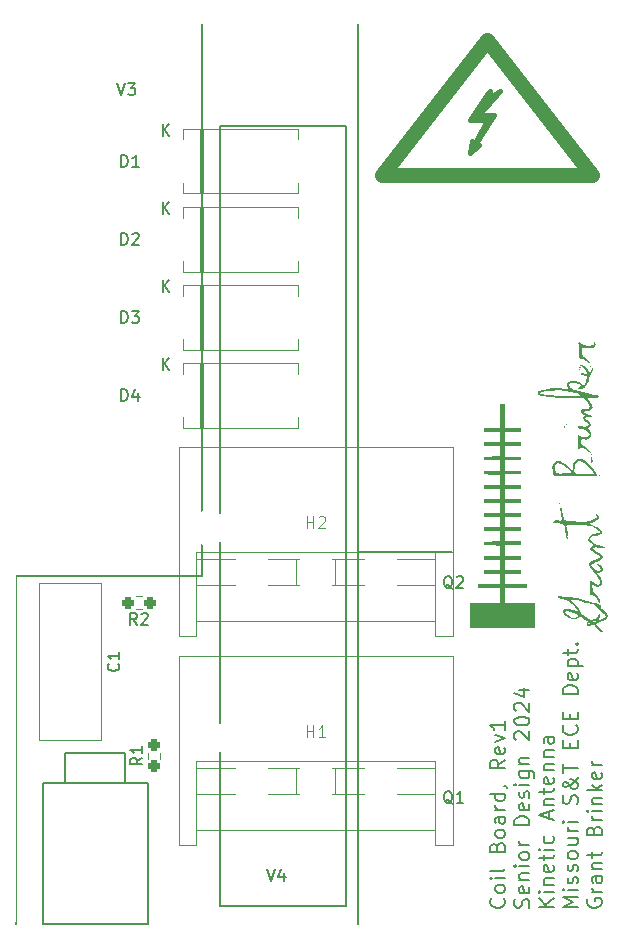
<source format=gto>
G04 #@! TF.GenerationSoftware,KiCad,Pcbnew,7.0.5*
G04 #@! TF.CreationDate,2024-02-22T21:47:11-06:00*
G04 #@! TF.ProjectId,CoilFiringBoard_Hardware,436f696c-4669-4726-996e-67426f617264,rev?*
G04 #@! TF.SameCoordinates,Original*
G04 #@! TF.FileFunction,Legend,Top*
G04 #@! TF.FilePolarity,Positive*
%FSLAX46Y46*%
G04 Gerber Fmt 4.6, Leading zero omitted, Abs format (unit mm)*
G04 Created by KiCad (PCBNEW 7.0.5) date 2024-02-22 21:47:11*
%MOMM*%
%LPD*%
G01*
G04 APERTURE LIST*
G04 Aperture macros list*
%AMRoundRect*
0 Rectangle with rounded corners*
0 $1 Rounding radius*
0 $2 $3 $4 $5 $6 $7 $8 $9 X,Y pos of 4 corners*
0 Add a 4 corners polygon primitive as box body*
4,1,4,$2,$3,$4,$5,$6,$7,$8,$9,$2,$3,0*
0 Add four circle primitives for the rounded corners*
1,1,$1+$1,$2,$3*
1,1,$1+$1,$4,$5*
1,1,$1+$1,$6,$7*
1,1,$1+$1,$8,$9*
0 Add four rect primitives between the rounded corners*
20,1,$1+$1,$2,$3,$4,$5,0*
20,1,$1+$1,$4,$5,$6,$7,0*
20,1,$1+$1,$6,$7,$8,$9,0*
20,1,$1+$1,$8,$9,$2,$3,0*%
G04 Aperture macros list end*
%ADD10C,0.150000*%
%ADD11C,0.100000*%
%ADD12C,0.120000*%
%ADD13C,1.270000*%
%ADD14C,0.381000*%
%ADD15C,3.000000*%
%ADD16R,25.400000X38.100000*%
%ADD17C,2.000000*%
%ADD18R,3.200000X3.200000*%
%ADD19O,3.200000X3.200000*%
%ADD20C,3.450000*%
%ADD21C,1.524000*%
%ADD22C,3.800000*%
%ADD23RoundRect,0.237500X0.237500X-0.250000X0.237500X0.250000X-0.237500X0.250000X-0.237500X-0.250000X0*%
%ADD24R,2.500000X4.500000*%
%ADD25O,2.500000X4.500000*%
%ADD26RoundRect,0.237500X0.250000X0.237500X-0.250000X0.237500X-0.250000X-0.237500X0.250000X-0.237500X0*%
G04 APERTURE END LIST*
D10*
X116840000Y-47244000D02*
X106172000Y-47244000D01*
X116840000Y-113284000D02*
X116840000Y-47244000D01*
X106172000Y-47244000D02*
X106172000Y-113284000D01*
X106172000Y-113284000D02*
X116840000Y-113284000D01*
X88900000Y-85344000D02*
X88900000Y-114808000D01*
X104648000Y-85344000D02*
X88900000Y-85344000D01*
X117856000Y-83312000D02*
X125857000Y-83312000D01*
X104648000Y-38608000D02*
X104648000Y-85344000D01*
X117856000Y-114808000D02*
X117856000Y-38608000D01*
X130221023Y-112665220D02*
X130281500Y-112725696D01*
X130281500Y-112725696D02*
X130341976Y-112907125D01*
X130341976Y-112907125D02*
X130341976Y-113028077D01*
X130341976Y-113028077D02*
X130281500Y-113209506D01*
X130281500Y-113209506D02*
X130160547Y-113330458D01*
X130160547Y-113330458D02*
X130039595Y-113390935D01*
X130039595Y-113390935D02*
X129797690Y-113451411D01*
X129797690Y-113451411D02*
X129616261Y-113451411D01*
X129616261Y-113451411D02*
X129374357Y-113390935D01*
X129374357Y-113390935D02*
X129253404Y-113330458D01*
X129253404Y-113330458D02*
X129132452Y-113209506D01*
X129132452Y-113209506D02*
X129071976Y-113028077D01*
X129071976Y-113028077D02*
X129071976Y-112907125D01*
X129071976Y-112907125D02*
X129132452Y-112725696D01*
X129132452Y-112725696D02*
X129192928Y-112665220D01*
X130341976Y-111939506D02*
X130281500Y-112060458D01*
X130281500Y-112060458D02*
X130221023Y-112120935D01*
X130221023Y-112120935D02*
X130100071Y-112181411D01*
X130100071Y-112181411D02*
X129737214Y-112181411D01*
X129737214Y-112181411D02*
X129616261Y-112120935D01*
X129616261Y-112120935D02*
X129555785Y-112060458D01*
X129555785Y-112060458D02*
X129495309Y-111939506D01*
X129495309Y-111939506D02*
X129495309Y-111758077D01*
X129495309Y-111758077D02*
X129555785Y-111637125D01*
X129555785Y-111637125D02*
X129616261Y-111576649D01*
X129616261Y-111576649D02*
X129737214Y-111516173D01*
X129737214Y-111516173D02*
X130100071Y-111516173D01*
X130100071Y-111516173D02*
X130221023Y-111576649D01*
X130221023Y-111576649D02*
X130281500Y-111637125D01*
X130281500Y-111637125D02*
X130341976Y-111758077D01*
X130341976Y-111758077D02*
X130341976Y-111939506D01*
X130341976Y-110971887D02*
X129495309Y-110971887D01*
X129071976Y-110971887D02*
X129132452Y-111032363D01*
X129132452Y-111032363D02*
X129192928Y-110971887D01*
X129192928Y-110971887D02*
X129132452Y-110911410D01*
X129132452Y-110911410D02*
X129071976Y-110971887D01*
X129071976Y-110971887D02*
X129192928Y-110971887D01*
X130341976Y-110185696D02*
X130281500Y-110306648D01*
X130281500Y-110306648D02*
X130160547Y-110367125D01*
X130160547Y-110367125D02*
X129071976Y-110367125D01*
X129676738Y-108310934D02*
X129737214Y-108129506D01*
X129737214Y-108129506D02*
X129797690Y-108069029D01*
X129797690Y-108069029D02*
X129918642Y-108008553D01*
X129918642Y-108008553D02*
X130100071Y-108008553D01*
X130100071Y-108008553D02*
X130221023Y-108069029D01*
X130221023Y-108069029D02*
X130281500Y-108129506D01*
X130281500Y-108129506D02*
X130341976Y-108250458D01*
X130341976Y-108250458D02*
X130341976Y-108734268D01*
X130341976Y-108734268D02*
X129071976Y-108734268D01*
X129071976Y-108734268D02*
X129071976Y-108310934D01*
X129071976Y-108310934D02*
X129132452Y-108189982D01*
X129132452Y-108189982D02*
X129192928Y-108129506D01*
X129192928Y-108129506D02*
X129313880Y-108069029D01*
X129313880Y-108069029D02*
X129434833Y-108069029D01*
X129434833Y-108069029D02*
X129555785Y-108129506D01*
X129555785Y-108129506D02*
X129616261Y-108189982D01*
X129616261Y-108189982D02*
X129676738Y-108310934D01*
X129676738Y-108310934D02*
X129676738Y-108734268D01*
X130341976Y-107282839D02*
X130281500Y-107403791D01*
X130281500Y-107403791D02*
X130221023Y-107464268D01*
X130221023Y-107464268D02*
X130100071Y-107524744D01*
X130100071Y-107524744D02*
X129737214Y-107524744D01*
X129737214Y-107524744D02*
X129616261Y-107464268D01*
X129616261Y-107464268D02*
X129555785Y-107403791D01*
X129555785Y-107403791D02*
X129495309Y-107282839D01*
X129495309Y-107282839D02*
X129495309Y-107101410D01*
X129495309Y-107101410D02*
X129555785Y-106980458D01*
X129555785Y-106980458D02*
X129616261Y-106919982D01*
X129616261Y-106919982D02*
X129737214Y-106859506D01*
X129737214Y-106859506D02*
X130100071Y-106859506D01*
X130100071Y-106859506D02*
X130221023Y-106919982D01*
X130221023Y-106919982D02*
X130281500Y-106980458D01*
X130281500Y-106980458D02*
X130341976Y-107101410D01*
X130341976Y-107101410D02*
X130341976Y-107282839D01*
X130341976Y-105770934D02*
X129676738Y-105770934D01*
X129676738Y-105770934D02*
X129555785Y-105831410D01*
X129555785Y-105831410D02*
X129495309Y-105952362D01*
X129495309Y-105952362D02*
X129495309Y-106194267D01*
X129495309Y-106194267D02*
X129555785Y-106315220D01*
X130281500Y-105770934D02*
X130341976Y-105891886D01*
X130341976Y-105891886D02*
X130341976Y-106194267D01*
X130341976Y-106194267D02*
X130281500Y-106315220D01*
X130281500Y-106315220D02*
X130160547Y-106375696D01*
X130160547Y-106375696D02*
X130039595Y-106375696D01*
X130039595Y-106375696D02*
X129918642Y-106315220D01*
X129918642Y-106315220D02*
X129858166Y-106194267D01*
X129858166Y-106194267D02*
X129858166Y-105891886D01*
X129858166Y-105891886D02*
X129797690Y-105770934D01*
X130341976Y-105166172D02*
X129495309Y-105166172D01*
X129737214Y-105166172D02*
X129616261Y-105105695D01*
X129616261Y-105105695D02*
X129555785Y-105045219D01*
X129555785Y-105045219D02*
X129495309Y-104924267D01*
X129495309Y-104924267D02*
X129495309Y-104803314D01*
X130341976Y-103835696D02*
X129071976Y-103835696D01*
X130281500Y-103835696D02*
X130341976Y-103956648D01*
X130341976Y-103956648D02*
X130341976Y-104198553D01*
X130341976Y-104198553D02*
X130281500Y-104319505D01*
X130281500Y-104319505D02*
X130221023Y-104379982D01*
X130221023Y-104379982D02*
X130100071Y-104440458D01*
X130100071Y-104440458D02*
X129737214Y-104440458D01*
X129737214Y-104440458D02*
X129616261Y-104379982D01*
X129616261Y-104379982D02*
X129555785Y-104319505D01*
X129555785Y-104319505D02*
X129495309Y-104198553D01*
X129495309Y-104198553D02*
X129495309Y-103956648D01*
X129495309Y-103956648D02*
X129555785Y-103835696D01*
X130281500Y-103170457D02*
X130341976Y-103170457D01*
X130341976Y-103170457D02*
X130462928Y-103230934D01*
X130462928Y-103230934D02*
X130523404Y-103291410D01*
X130341976Y-100932838D02*
X129737214Y-101356172D01*
X130341976Y-101658553D02*
X129071976Y-101658553D01*
X129071976Y-101658553D02*
X129071976Y-101174743D01*
X129071976Y-101174743D02*
X129132452Y-101053791D01*
X129132452Y-101053791D02*
X129192928Y-100993314D01*
X129192928Y-100993314D02*
X129313880Y-100932838D01*
X129313880Y-100932838D02*
X129495309Y-100932838D01*
X129495309Y-100932838D02*
X129616261Y-100993314D01*
X129616261Y-100993314D02*
X129676738Y-101053791D01*
X129676738Y-101053791D02*
X129737214Y-101174743D01*
X129737214Y-101174743D02*
X129737214Y-101658553D01*
X130281500Y-99904743D02*
X130341976Y-100025695D01*
X130341976Y-100025695D02*
X130341976Y-100267600D01*
X130341976Y-100267600D02*
X130281500Y-100388553D01*
X130281500Y-100388553D02*
X130160547Y-100449029D01*
X130160547Y-100449029D02*
X129676738Y-100449029D01*
X129676738Y-100449029D02*
X129555785Y-100388553D01*
X129555785Y-100388553D02*
X129495309Y-100267600D01*
X129495309Y-100267600D02*
X129495309Y-100025695D01*
X129495309Y-100025695D02*
X129555785Y-99904743D01*
X129555785Y-99904743D02*
X129676738Y-99844267D01*
X129676738Y-99844267D02*
X129797690Y-99844267D01*
X129797690Y-99844267D02*
X129918642Y-100449029D01*
X129495309Y-99420934D02*
X130341976Y-99118553D01*
X130341976Y-99118553D02*
X129495309Y-98816172D01*
X130341976Y-97667124D02*
X130341976Y-98392839D01*
X130341976Y-98029982D02*
X129071976Y-98029982D01*
X129071976Y-98029982D02*
X129253404Y-98150934D01*
X129253404Y-98150934D02*
X129374357Y-98271886D01*
X129374357Y-98271886D02*
X129434833Y-98392839D01*
X132326200Y-113451411D02*
X132386676Y-113269982D01*
X132386676Y-113269982D02*
X132386676Y-112967601D01*
X132386676Y-112967601D02*
X132326200Y-112846649D01*
X132326200Y-112846649D02*
X132265723Y-112786173D01*
X132265723Y-112786173D02*
X132144771Y-112725696D01*
X132144771Y-112725696D02*
X132023819Y-112725696D01*
X132023819Y-112725696D02*
X131902866Y-112786173D01*
X131902866Y-112786173D02*
X131842390Y-112846649D01*
X131842390Y-112846649D02*
X131781914Y-112967601D01*
X131781914Y-112967601D02*
X131721438Y-113209506D01*
X131721438Y-113209506D02*
X131660961Y-113330458D01*
X131660961Y-113330458D02*
X131600485Y-113390935D01*
X131600485Y-113390935D02*
X131479533Y-113451411D01*
X131479533Y-113451411D02*
X131358580Y-113451411D01*
X131358580Y-113451411D02*
X131237628Y-113390935D01*
X131237628Y-113390935D02*
X131177152Y-113330458D01*
X131177152Y-113330458D02*
X131116676Y-113209506D01*
X131116676Y-113209506D02*
X131116676Y-112907125D01*
X131116676Y-112907125D02*
X131177152Y-112725696D01*
X132326200Y-111697601D02*
X132386676Y-111818553D01*
X132386676Y-111818553D02*
X132386676Y-112060458D01*
X132386676Y-112060458D02*
X132326200Y-112181411D01*
X132326200Y-112181411D02*
X132205247Y-112241887D01*
X132205247Y-112241887D02*
X131721438Y-112241887D01*
X131721438Y-112241887D02*
X131600485Y-112181411D01*
X131600485Y-112181411D02*
X131540009Y-112060458D01*
X131540009Y-112060458D02*
X131540009Y-111818553D01*
X131540009Y-111818553D02*
X131600485Y-111697601D01*
X131600485Y-111697601D02*
X131721438Y-111637125D01*
X131721438Y-111637125D02*
X131842390Y-111637125D01*
X131842390Y-111637125D02*
X131963342Y-112241887D01*
X131540009Y-111092840D02*
X132386676Y-111092840D01*
X131660961Y-111092840D02*
X131600485Y-111032363D01*
X131600485Y-111032363D02*
X131540009Y-110911411D01*
X131540009Y-110911411D02*
X131540009Y-110729982D01*
X131540009Y-110729982D02*
X131600485Y-110609030D01*
X131600485Y-110609030D02*
X131721438Y-110548554D01*
X131721438Y-110548554D02*
X132386676Y-110548554D01*
X132386676Y-109943792D02*
X131540009Y-109943792D01*
X131116676Y-109943792D02*
X131177152Y-110004268D01*
X131177152Y-110004268D02*
X131237628Y-109943792D01*
X131237628Y-109943792D02*
X131177152Y-109883315D01*
X131177152Y-109883315D02*
X131116676Y-109943792D01*
X131116676Y-109943792D02*
X131237628Y-109943792D01*
X132386676Y-109157601D02*
X132326200Y-109278553D01*
X132326200Y-109278553D02*
X132265723Y-109339030D01*
X132265723Y-109339030D02*
X132144771Y-109399506D01*
X132144771Y-109399506D02*
X131781914Y-109399506D01*
X131781914Y-109399506D02*
X131660961Y-109339030D01*
X131660961Y-109339030D02*
X131600485Y-109278553D01*
X131600485Y-109278553D02*
X131540009Y-109157601D01*
X131540009Y-109157601D02*
X131540009Y-108976172D01*
X131540009Y-108976172D02*
X131600485Y-108855220D01*
X131600485Y-108855220D02*
X131660961Y-108794744D01*
X131660961Y-108794744D02*
X131781914Y-108734268D01*
X131781914Y-108734268D02*
X132144771Y-108734268D01*
X132144771Y-108734268D02*
X132265723Y-108794744D01*
X132265723Y-108794744D02*
X132326200Y-108855220D01*
X132326200Y-108855220D02*
X132386676Y-108976172D01*
X132386676Y-108976172D02*
X132386676Y-109157601D01*
X132386676Y-108189982D02*
X131540009Y-108189982D01*
X131781914Y-108189982D02*
X131660961Y-108129505D01*
X131660961Y-108129505D02*
X131600485Y-108069029D01*
X131600485Y-108069029D02*
X131540009Y-107948077D01*
X131540009Y-107948077D02*
X131540009Y-107827124D01*
X132386676Y-106436173D02*
X131116676Y-106436173D01*
X131116676Y-106436173D02*
X131116676Y-106133792D01*
X131116676Y-106133792D02*
X131177152Y-105952363D01*
X131177152Y-105952363D02*
X131298104Y-105831411D01*
X131298104Y-105831411D02*
X131419057Y-105770934D01*
X131419057Y-105770934D02*
X131660961Y-105710458D01*
X131660961Y-105710458D02*
X131842390Y-105710458D01*
X131842390Y-105710458D02*
X132084295Y-105770934D01*
X132084295Y-105770934D02*
X132205247Y-105831411D01*
X132205247Y-105831411D02*
X132326200Y-105952363D01*
X132326200Y-105952363D02*
X132386676Y-106133792D01*
X132386676Y-106133792D02*
X132386676Y-106436173D01*
X132326200Y-104682363D02*
X132386676Y-104803315D01*
X132386676Y-104803315D02*
X132386676Y-105045220D01*
X132386676Y-105045220D02*
X132326200Y-105166173D01*
X132326200Y-105166173D02*
X132205247Y-105226649D01*
X132205247Y-105226649D02*
X131721438Y-105226649D01*
X131721438Y-105226649D02*
X131600485Y-105166173D01*
X131600485Y-105166173D02*
X131540009Y-105045220D01*
X131540009Y-105045220D02*
X131540009Y-104803315D01*
X131540009Y-104803315D02*
X131600485Y-104682363D01*
X131600485Y-104682363D02*
X131721438Y-104621887D01*
X131721438Y-104621887D02*
X131842390Y-104621887D01*
X131842390Y-104621887D02*
X131963342Y-105226649D01*
X132326200Y-104138078D02*
X132386676Y-104017125D01*
X132386676Y-104017125D02*
X132386676Y-103775221D01*
X132386676Y-103775221D02*
X132326200Y-103654268D01*
X132326200Y-103654268D02*
X132205247Y-103593792D01*
X132205247Y-103593792D02*
X132144771Y-103593792D01*
X132144771Y-103593792D02*
X132023819Y-103654268D01*
X132023819Y-103654268D02*
X131963342Y-103775221D01*
X131963342Y-103775221D02*
X131963342Y-103956649D01*
X131963342Y-103956649D02*
X131902866Y-104077602D01*
X131902866Y-104077602D02*
X131781914Y-104138078D01*
X131781914Y-104138078D02*
X131721438Y-104138078D01*
X131721438Y-104138078D02*
X131600485Y-104077602D01*
X131600485Y-104077602D02*
X131540009Y-103956649D01*
X131540009Y-103956649D02*
X131540009Y-103775221D01*
X131540009Y-103775221D02*
X131600485Y-103654268D01*
X132386676Y-103049507D02*
X131540009Y-103049507D01*
X131116676Y-103049507D02*
X131177152Y-103109983D01*
X131177152Y-103109983D02*
X131237628Y-103049507D01*
X131237628Y-103049507D02*
X131177152Y-102989030D01*
X131177152Y-102989030D02*
X131116676Y-103049507D01*
X131116676Y-103049507D02*
X131237628Y-103049507D01*
X131540009Y-101900459D02*
X132568104Y-101900459D01*
X132568104Y-101900459D02*
X132689057Y-101960935D01*
X132689057Y-101960935D02*
X132749533Y-102021411D01*
X132749533Y-102021411D02*
X132810009Y-102142364D01*
X132810009Y-102142364D02*
X132810009Y-102323792D01*
X132810009Y-102323792D02*
X132749533Y-102444745D01*
X132326200Y-101900459D02*
X132386676Y-102021411D01*
X132386676Y-102021411D02*
X132386676Y-102263316D01*
X132386676Y-102263316D02*
X132326200Y-102384268D01*
X132326200Y-102384268D02*
X132265723Y-102444745D01*
X132265723Y-102444745D02*
X132144771Y-102505221D01*
X132144771Y-102505221D02*
X131781914Y-102505221D01*
X131781914Y-102505221D02*
X131660961Y-102444745D01*
X131660961Y-102444745D02*
X131600485Y-102384268D01*
X131600485Y-102384268D02*
X131540009Y-102263316D01*
X131540009Y-102263316D02*
X131540009Y-102021411D01*
X131540009Y-102021411D02*
X131600485Y-101900459D01*
X131540009Y-101295697D02*
X132386676Y-101295697D01*
X131660961Y-101295697D02*
X131600485Y-101235220D01*
X131600485Y-101235220D02*
X131540009Y-101114268D01*
X131540009Y-101114268D02*
X131540009Y-100932839D01*
X131540009Y-100932839D02*
X131600485Y-100811887D01*
X131600485Y-100811887D02*
X131721438Y-100751411D01*
X131721438Y-100751411D02*
X132386676Y-100751411D01*
X131237628Y-99239506D02*
X131177152Y-99179030D01*
X131177152Y-99179030D02*
X131116676Y-99058077D01*
X131116676Y-99058077D02*
X131116676Y-98755696D01*
X131116676Y-98755696D02*
X131177152Y-98634744D01*
X131177152Y-98634744D02*
X131237628Y-98574268D01*
X131237628Y-98574268D02*
X131358580Y-98513791D01*
X131358580Y-98513791D02*
X131479533Y-98513791D01*
X131479533Y-98513791D02*
X131660961Y-98574268D01*
X131660961Y-98574268D02*
X132386676Y-99299982D01*
X132386676Y-99299982D02*
X132386676Y-98513791D01*
X131116676Y-97727601D02*
X131116676Y-97606648D01*
X131116676Y-97606648D02*
X131177152Y-97485696D01*
X131177152Y-97485696D02*
X131237628Y-97425220D01*
X131237628Y-97425220D02*
X131358580Y-97364744D01*
X131358580Y-97364744D02*
X131600485Y-97304267D01*
X131600485Y-97304267D02*
X131902866Y-97304267D01*
X131902866Y-97304267D02*
X132144771Y-97364744D01*
X132144771Y-97364744D02*
X132265723Y-97425220D01*
X132265723Y-97425220D02*
X132326200Y-97485696D01*
X132326200Y-97485696D02*
X132386676Y-97606648D01*
X132386676Y-97606648D02*
X132386676Y-97727601D01*
X132386676Y-97727601D02*
X132326200Y-97848553D01*
X132326200Y-97848553D02*
X132265723Y-97909029D01*
X132265723Y-97909029D02*
X132144771Y-97969506D01*
X132144771Y-97969506D02*
X131902866Y-98029982D01*
X131902866Y-98029982D02*
X131600485Y-98029982D01*
X131600485Y-98029982D02*
X131358580Y-97969506D01*
X131358580Y-97969506D02*
X131237628Y-97909029D01*
X131237628Y-97909029D02*
X131177152Y-97848553D01*
X131177152Y-97848553D02*
X131116676Y-97727601D01*
X131237628Y-96820458D02*
X131177152Y-96759982D01*
X131177152Y-96759982D02*
X131116676Y-96639029D01*
X131116676Y-96639029D02*
X131116676Y-96336648D01*
X131116676Y-96336648D02*
X131177152Y-96215696D01*
X131177152Y-96215696D02*
X131237628Y-96155220D01*
X131237628Y-96155220D02*
X131358580Y-96094743D01*
X131358580Y-96094743D02*
X131479533Y-96094743D01*
X131479533Y-96094743D02*
X131660961Y-96155220D01*
X131660961Y-96155220D02*
X132386676Y-96880934D01*
X132386676Y-96880934D02*
X132386676Y-96094743D01*
X131540009Y-95006172D02*
X132386676Y-95006172D01*
X131056200Y-95308553D02*
X131963342Y-95610934D01*
X131963342Y-95610934D02*
X131963342Y-94824743D01*
X134431376Y-113390935D02*
X133161376Y-113390935D01*
X134431376Y-112665220D02*
X133705661Y-113209506D01*
X133161376Y-112665220D02*
X133887090Y-113390935D01*
X134431376Y-112120935D02*
X133584709Y-112120935D01*
X133161376Y-112120935D02*
X133221852Y-112181411D01*
X133221852Y-112181411D02*
X133282328Y-112120935D01*
X133282328Y-112120935D02*
X133221852Y-112060458D01*
X133221852Y-112060458D02*
X133161376Y-112120935D01*
X133161376Y-112120935D02*
X133282328Y-112120935D01*
X133584709Y-111516173D02*
X134431376Y-111516173D01*
X133705661Y-111516173D02*
X133645185Y-111455696D01*
X133645185Y-111455696D02*
X133584709Y-111334744D01*
X133584709Y-111334744D02*
X133584709Y-111153315D01*
X133584709Y-111153315D02*
X133645185Y-111032363D01*
X133645185Y-111032363D02*
X133766138Y-110971887D01*
X133766138Y-110971887D02*
X134431376Y-110971887D01*
X134370900Y-109883315D02*
X134431376Y-110004267D01*
X134431376Y-110004267D02*
X134431376Y-110246172D01*
X134431376Y-110246172D02*
X134370900Y-110367125D01*
X134370900Y-110367125D02*
X134249947Y-110427601D01*
X134249947Y-110427601D02*
X133766138Y-110427601D01*
X133766138Y-110427601D02*
X133645185Y-110367125D01*
X133645185Y-110367125D02*
X133584709Y-110246172D01*
X133584709Y-110246172D02*
X133584709Y-110004267D01*
X133584709Y-110004267D02*
X133645185Y-109883315D01*
X133645185Y-109883315D02*
X133766138Y-109822839D01*
X133766138Y-109822839D02*
X133887090Y-109822839D01*
X133887090Y-109822839D02*
X134008042Y-110427601D01*
X133584709Y-109459982D02*
X133584709Y-108976173D01*
X133161376Y-109278554D02*
X134249947Y-109278554D01*
X134249947Y-109278554D02*
X134370900Y-109218077D01*
X134370900Y-109218077D02*
X134431376Y-109097125D01*
X134431376Y-109097125D02*
X134431376Y-108976173D01*
X134431376Y-108552840D02*
X133584709Y-108552840D01*
X133161376Y-108552840D02*
X133221852Y-108613316D01*
X133221852Y-108613316D02*
X133282328Y-108552840D01*
X133282328Y-108552840D02*
X133221852Y-108492363D01*
X133221852Y-108492363D02*
X133161376Y-108552840D01*
X133161376Y-108552840D02*
X133282328Y-108552840D01*
X134370900Y-107403792D02*
X134431376Y-107524744D01*
X134431376Y-107524744D02*
X134431376Y-107766649D01*
X134431376Y-107766649D02*
X134370900Y-107887601D01*
X134370900Y-107887601D02*
X134310423Y-107948078D01*
X134310423Y-107948078D02*
X134189471Y-108008554D01*
X134189471Y-108008554D02*
X133826614Y-108008554D01*
X133826614Y-108008554D02*
X133705661Y-107948078D01*
X133705661Y-107948078D02*
X133645185Y-107887601D01*
X133645185Y-107887601D02*
X133584709Y-107766649D01*
X133584709Y-107766649D02*
X133584709Y-107524744D01*
X133584709Y-107524744D02*
X133645185Y-107403792D01*
X134068519Y-105952364D02*
X134068519Y-105347602D01*
X134431376Y-106073316D02*
X133161376Y-105649983D01*
X133161376Y-105649983D02*
X134431376Y-105226649D01*
X133584709Y-104803317D02*
X134431376Y-104803317D01*
X133705661Y-104803317D02*
X133645185Y-104742840D01*
X133645185Y-104742840D02*
X133584709Y-104621888D01*
X133584709Y-104621888D02*
X133584709Y-104440459D01*
X133584709Y-104440459D02*
X133645185Y-104319507D01*
X133645185Y-104319507D02*
X133766138Y-104259031D01*
X133766138Y-104259031D02*
X134431376Y-104259031D01*
X133584709Y-103835697D02*
X133584709Y-103351888D01*
X133161376Y-103654269D02*
X134249947Y-103654269D01*
X134249947Y-103654269D02*
X134370900Y-103593792D01*
X134370900Y-103593792D02*
X134431376Y-103472840D01*
X134431376Y-103472840D02*
X134431376Y-103351888D01*
X134370900Y-102444745D02*
X134431376Y-102565697D01*
X134431376Y-102565697D02*
X134431376Y-102807602D01*
X134431376Y-102807602D02*
X134370900Y-102928555D01*
X134370900Y-102928555D02*
X134249947Y-102989031D01*
X134249947Y-102989031D02*
X133766138Y-102989031D01*
X133766138Y-102989031D02*
X133645185Y-102928555D01*
X133645185Y-102928555D02*
X133584709Y-102807602D01*
X133584709Y-102807602D02*
X133584709Y-102565697D01*
X133584709Y-102565697D02*
X133645185Y-102444745D01*
X133645185Y-102444745D02*
X133766138Y-102384269D01*
X133766138Y-102384269D02*
X133887090Y-102384269D01*
X133887090Y-102384269D02*
X134008042Y-102989031D01*
X133584709Y-101839984D02*
X134431376Y-101839984D01*
X133705661Y-101839984D02*
X133645185Y-101779507D01*
X133645185Y-101779507D02*
X133584709Y-101658555D01*
X133584709Y-101658555D02*
X133584709Y-101477126D01*
X133584709Y-101477126D02*
X133645185Y-101356174D01*
X133645185Y-101356174D02*
X133766138Y-101295698D01*
X133766138Y-101295698D02*
X134431376Y-101295698D01*
X133584709Y-100690936D02*
X134431376Y-100690936D01*
X133705661Y-100690936D02*
X133645185Y-100630459D01*
X133645185Y-100630459D02*
X133584709Y-100509507D01*
X133584709Y-100509507D02*
X133584709Y-100328078D01*
X133584709Y-100328078D02*
X133645185Y-100207126D01*
X133645185Y-100207126D02*
X133766138Y-100146650D01*
X133766138Y-100146650D02*
X134431376Y-100146650D01*
X134431376Y-98997602D02*
X133766138Y-98997602D01*
X133766138Y-98997602D02*
X133645185Y-99058078D01*
X133645185Y-99058078D02*
X133584709Y-99179030D01*
X133584709Y-99179030D02*
X133584709Y-99420935D01*
X133584709Y-99420935D02*
X133645185Y-99541888D01*
X134370900Y-98997602D02*
X134431376Y-99118554D01*
X134431376Y-99118554D02*
X134431376Y-99420935D01*
X134431376Y-99420935D02*
X134370900Y-99541888D01*
X134370900Y-99541888D02*
X134249947Y-99602364D01*
X134249947Y-99602364D02*
X134128995Y-99602364D01*
X134128995Y-99602364D02*
X134008042Y-99541888D01*
X134008042Y-99541888D02*
X133947566Y-99420935D01*
X133947566Y-99420935D02*
X133947566Y-99118554D01*
X133947566Y-99118554D02*
X133887090Y-98997602D01*
X136476076Y-113390935D02*
X135206076Y-113390935D01*
X135206076Y-113390935D02*
X136113219Y-112967601D01*
X136113219Y-112967601D02*
X135206076Y-112544268D01*
X135206076Y-112544268D02*
X136476076Y-112544268D01*
X136476076Y-111939506D02*
X135629409Y-111939506D01*
X135206076Y-111939506D02*
X135266552Y-111999982D01*
X135266552Y-111999982D02*
X135327028Y-111939506D01*
X135327028Y-111939506D02*
X135266552Y-111879029D01*
X135266552Y-111879029D02*
X135206076Y-111939506D01*
X135206076Y-111939506D02*
X135327028Y-111939506D01*
X136415600Y-111395220D02*
X136476076Y-111274267D01*
X136476076Y-111274267D02*
X136476076Y-111032363D01*
X136476076Y-111032363D02*
X136415600Y-110911410D01*
X136415600Y-110911410D02*
X136294647Y-110850934D01*
X136294647Y-110850934D02*
X136234171Y-110850934D01*
X136234171Y-110850934D02*
X136113219Y-110911410D01*
X136113219Y-110911410D02*
X136052742Y-111032363D01*
X136052742Y-111032363D02*
X136052742Y-111213791D01*
X136052742Y-111213791D02*
X135992266Y-111334744D01*
X135992266Y-111334744D02*
X135871314Y-111395220D01*
X135871314Y-111395220D02*
X135810838Y-111395220D01*
X135810838Y-111395220D02*
X135689885Y-111334744D01*
X135689885Y-111334744D02*
X135629409Y-111213791D01*
X135629409Y-111213791D02*
X135629409Y-111032363D01*
X135629409Y-111032363D02*
X135689885Y-110911410D01*
X136415600Y-110367125D02*
X136476076Y-110246172D01*
X136476076Y-110246172D02*
X136476076Y-110004268D01*
X136476076Y-110004268D02*
X136415600Y-109883315D01*
X136415600Y-109883315D02*
X136294647Y-109822839D01*
X136294647Y-109822839D02*
X136234171Y-109822839D01*
X136234171Y-109822839D02*
X136113219Y-109883315D01*
X136113219Y-109883315D02*
X136052742Y-110004268D01*
X136052742Y-110004268D02*
X136052742Y-110185696D01*
X136052742Y-110185696D02*
X135992266Y-110306649D01*
X135992266Y-110306649D02*
X135871314Y-110367125D01*
X135871314Y-110367125D02*
X135810838Y-110367125D01*
X135810838Y-110367125D02*
X135689885Y-110306649D01*
X135689885Y-110306649D02*
X135629409Y-110185696D01*
X135629409Y-110185696D02*
X135629409Y-110004268D01*
X135629409Y-110004268D02*
X135689885Y-109883315D01*
X136476076Y-109097125D02*
X136415600Y-109218077D01*
X136415600Y-109218077D02*
X136355123Y-109278554D01*
X136355123Y-109278554D02*
X136234171Y-109339030D01*
X136234171Y-109339030D02*
X135871314Y-109339030D01*
X135871314Y-109339030D02*
X135750361Y-109278554D01*
X135750361Y-109278554D02*
X135689885Y-109218077D01*
X135689885Y-109218077D02*
X135629409Y-109097125D01*
X135629409Y-109097125D02*
X135629409Y-108915696D01*
X135629409Y-108915696D02*
X135689885Y-108794744D01*
X135689885Y-108794744D02*
X135750361Y-108734268D01*
X135750361Y-108734268D02*
X135871314Y-108673792D01*
X135871314Y-108673792D02*
X136234171Y-108673792D01*
X136234171Y-108673792D02*
X136355123Y-108734268D01*
X136355123Y-108734268D02*
X136415600Y-108794744D01*
X136415600Y-108794744D02*
X136476076Y-108915696D01*
X136476076Y-108915696D02*
X136476076Y-109097125D01*
X135629409Y-107585220D02*
X136476076Y-107585220D01*
X135629409Y-108129506D02*
X136294647Y-108129506D01*
X136294647Y-108129506D02*
X136415600Y-108069029D01*
X136415600Y-108069029D02*
X136476076Y-107948077D01*
X136476076Y-107948077D02*
X136476076Y-107766648D01*
X136476076Y-107766648D02*
X136415600Y-107645696D01*
X136415600Y-107645696D02*
X136355123Y-107585220D01*
X136476076Y-106980458D02*
X135629409Y-106980458D01*
X135871314Y-106980458D02*
X135750361Y-106919981D01*
X135750361Y-106919981D02*
X135689885Y-106859505D01*
X135689885Y-106859505D02*
X135629409Y-106738553D01*
X135629409Y-106738553D02*
X135629409Y-106617600D01*
X136476076Y-106194268D02*
X135629409Y-106194268D01*
X135206076Y-106194268D02*
X135266552Y-106254744D01*
X135266552Y-106254744D02*
X135327028Y-106194268D01*
X135327028Y-106194268D02*
X135266552Y-106133791D01*
X135266552Y-106133791D02*
X135206076Y-106194268D01*
X135206076Y-106194268D02*
X135327028Y-106194268D01*
X136415600Y-104682363D02*
X136476076Y-104500934D01*
X136476076Y-104500934D02*
X136476076Y-104198553D01*
X136476076Y-104198553D02*
X136415600Y-104077601D01*
X136415600Y-104077601D02*
X136355123Y-104017125D01*
X136355123Y-104017125D02*
X136234171Y-103956648D01*
X136234171Y-103956648D02*
X136113219Y-103956648D01*
X136113219Y-103956648D02*
X135992266Y-104017125D01*
X135992266Y-104017125D02*
X135931790Y-104077601D01*
X135931790Y-104077601D02*
X135871314Y-104198553D01*
X135871314Y-104198553D02*
X135810838Y-104440458D01*
X135810838Y-104440458D02*
X135750361Y-104561410D01*
X135750361Y-104561410D02*
X135689885Y-104621887D01*
X135689885Y-104621887D02*
X135568933Y-104682363D01*
X135568933Y-104682363D02*
X135447980Y-104682363D01*
X135447980Y-104682363D02*
X135327028Y-104621887D01*
X135327028Y-104621887D02*
X135266552Y-104561410D01*
X135266552Y-104561410D02*
X135206076Y-104440458D01*
X135206076Y-104440458D02*
X135206076Y-104138077D01*
X135206076Y-104138077D02*
X135266552Y-103956648D01*
X136476076Y-102384267D02*
X136476076Y-102444744D01*
X136476076Y-102444744D02*
X136415600Y-102565696D01*
X136415600Y-102565696D02*
X136234171Y-102747124D01*
X136234171Y-102747124D02*
X135871314Y-103049505D01*
X135871314Y-103049505D02*
X135689885Y-103170458D01*
X135689885Y-103170458D02*
X135508457Y-103230934D01*
X135508457Y-103230934D02*
X135387504Y-103230934D01*
X135387504Y-103230934D02*
X135266552Y-103170458D01*
X135266552Y-103170458D02*
X135206076Y-103049505D01*
X135206076Y-103049505D02*
X135206076Y-102989029D01*
X135206076Y-102989029D02*
X135266552Y-102868077D01*
X135266552Y-102868077D02*
X135387504Y-102807601D01*
X135387504Y-102807601D02*
X135447980Y-102807601D01*
X135447980Y-102807601D02*
X135568933Y-102868077D01*
X135568933Y-102868077D02*
X135629409Y-102928553D01*
X135629409Y-102928553D02*
X135871314Y-103291410D01*
X135871314Y-103291410D02*
X135931790Y-103351886D01*
X135931790Y-103351886D02*
X136052742Y-103412363D01*
X136052742Y-103412363D02*
X136234171Y-103412363D01*
X136234171Y-103412363D02*
X136355123Y-103351886D01*
X136355123Y-103351886D02*
X136415600Y-103291410D01*
X136415600Y-103291410D02*
X136476076Y-103170458D01*
X136476076Y-103170458D02*
X136476076Y-102989029D01*
X136476076Y-102989029D02*
X136415600Y-102868077D01*
X136415600Y-102868077D02*
X136355123Y-102807601D01*
X136355123Y-102807601D02*
X136113219Y-102626172D01*
X136113219Y-102626172D02*
X135931790Y-102565696D01*
X135931790Y-102565696D02*
X135810838Y-102565696D01*
X135206076Y-102021410D02*
X135206076Y-101295696D01*
X136476076Y-101658553D02*
X135206076Y-101658553D01*
X135810838Y-99904744D02*
X135810838Y-99481410D01*
X136476076Y-99299982D02*
X136476076Y-99904744D01*
X136476076Y-99904744D02*
X135206076Y-99904744D01*
X135206076Y-99904744D02*
X135206076Y-99299982D01*
X136355123Y-98029981D02*
X136415600Y-98090457D01*
X136415600Y-98090457D02*
X136476076Y-98271886D01*
X136476076Y-98271886D02*
X136476076Y-98392838D01*
X136476076Y-98392838D02*
X136415600Y-98574267D01*
X136415600Y-98574267D02*
X136294647Y-98695219D01*
X136294647Y-98695219D02*
X136173695Y-98755696D01*
X136173695Y-98755696D02*
X135931790Y-98816172D01*
X135931790Y-98816172D02*
X135750361Y-98816172D01*
X135750361Y-98816172D02*
X135508457Y-98755696D01*
X135508457Y-98755696D02*
X135387504Y-98695219D01*
X135387504Y-98695219D02*
X135266552Y-98574267D01*
X135266552Y-98574267D02*
X135206076Y-98392838D01*
X135206076Y-98392838D02*
X135206076Y-98271886D01*
X135206076Y-98271886D02*
X135266552Y-98090457D01*
X135266552Y-98090457D02*
X135327028Y-98029981D01*
X135810838Y-97485696D02*
X135810838Y-97062362D01*
X136476076Y-96880934D02*
X136476076Y-97485696D01*
X136476076Y-97485696D02*
X135206076Y-97485696D01*
X135206076Y-97485696D02*
X135206076Y-96880934D01*
X136476076Y-95369029D02*
X135206076Y-95369029D01*
X135206076Y-95369029D02*
X135206076Y-95066648D01*
X135206076Y-95066648D02*
X135266552Y-94885219D01*
X135266552Y-94885219D02*
X135387504Y-94764267D01*
X135387504Y-94764267D02*
X135508457Y-94703790D01*
X135508457Y-94703790D02*
X135750361Y-94643314D01*
X135750361Y-94643314D02*
X135931790Y-94643314D01*
X135931790Y-94643314D02*
X136173695Y-94703790D01*
X136173695Y-94703790D02*
X136294647Y-94764267D01*
X136294647Y-94764267D02*
X136415600Y-94885219D01*
X136415600Y-94885219D02*
X136476076Y-95066648D01*
X136476076Y-95066648D02*
X136476076Y-95369029D01*
X136415600Y-93615219D02*
X136476076Y-93736171D01*
X136476076Y-93736171D02*
X136476076Y-93978076D01*
X136476076Y-93978076D02*
X136415600Y-94099029D01*
X136415600Y-94099029D02*
X136294647Y-94159505D01*
X136294647Y-94159505D02*
X135810838Y-94159505D01*
X135810838Y-94159505D02*
X135689885Y-94099029D01*
X135689885Y-94099029D02*
X135629409Y-93978076D01*
X135629409Y-93978076D02*
X135629409Y-93736171D01*
X135629409Y-93736171D02*
X135689885Y-93615219D01*
X135689885Y-93615219D02*
X135810838Y-93554743D01*
X135810838Y-93554743D02*
X135931790Y-93554743D01*
X135931790Y-93554743D02*
X136052742Y-94159505D01*
X135629409Y-93010458D02*
X136899409Y-93010458D01*
X135689885Y-93010458D02*
X135629409Y-92889505D01*
X135629409Y-92889505D02*
X135629409Y-92647600D01*
X135629409Y-92647600D02*
X135689885Y-92526648D01*
X135689885Y-92526648D02*
X135750361Y-92466172D01*
X135750361Y-92466172D02*
X135871314Y-92405696D01*
X135871314Y-92405696D02*
X136234171Y-92405696D01*
X136234171Y-92405696D02*
X136355123Y-92466172D01*
X136355123Y-92466172D02*
X136415600Y-92526648D01*
X136415600Y-92526648D02*
X136476076Y-92647600D01*
X136476076Y-92647600D02*
X136476076Y-92889505D01*
X136476076Y-92889505D02*
X136415600Y-93010458D01*
X135629409Y-92042838D02*
X135629409Y-91559029D01*
X135206076Y-91861410D02*
X136294647Y-91861410D01*
X136294647Y-91861410D02*
X136415600Y-91800933D01*
X136415600Y-91800933D02*
X136476076Y-91679981D01*
X136476076Y-91679981D02*
X136476076Y-91559029D01*
X136355123Y-91135696D02*
X136415600Y-91075219D01*
X136415600Y-91075219D02*
X136476076Y-91135696D01*
X136476076Y-91135696D02*
X136415600Y-91196172D01*
X136415600Y-91196172D02*
X136355123Y-91135696D01*
X136355123Y-91135696D02*
X136476076Y-91135696D01*
X137311252Y-112725696D02*
X137250776Y-112846649D01*
X137250776Y-112846649D02*
X137250776Y-113028077D01*
X137250776Y-113028077D02*
X137311252Y-113209506D01*
X137311252Y-113209506D02*
X137432204Y-113330458D01*
X137432204Y-113330458D02*
X137553157Y-113390935D01*
X137553157Y-113390935D02*
X137795061Y-113451411D01*
X137795061Y-113451411D02*
X137976490Y-113451411D01*
X137976490Y-113451411D02*
X138218395Y-113390935D01*
X138218395Y-113390935D02*
X138339347Y-113330458D01*
X138339347Y-113330458D02*
X138460300Y-113209506D01*
X138460300Y-113209506D02*
X138520776Y-113028077D01*
X138520776Y-113028077D02*
X138520776Y-112907125D01*
X138520776Y-112907125D02*
X138460300Y-112725696D01*
X138460300Y-112725696D02*
X138399823Y-112665220D01*
X138399823Y-112665220D02*
X137976490Y-112665220D01*
X137976490Y-112665220D02*
X137976490Y-112907125D01*
X138520776Y-112120935D02*
X137674109Y-112120935D01*
X137916014Y-112120935D02*
X137795061Y-112060458D01*
X137795061Y-112060458D02*
X137734585Y-111999982D01*
X137734585Y-111999982D02*
X137674109Y-111879030D01*
X137674109Y-111879030D02*
X137674109Y-111758077D01*
X138520776Y-110790459D02*
X137855538Y-110790459D01*
X137855538Y-110790459D02*
X137734585Y-110850935D01*
X137734585Y-110850935D02*
X137674109Y-110971887D01*
X137674109Y-110971887D02*
X137674109Y-111213792D01*
X137674109Y-111213792D02*
X137734585Y-111334745D01*
X138460300Y-110790459D02*
X138520776Y-110911411D01*
X138520776Y-110911411D02*
X138520776Y-111213792D01*
X138520776Y-111213792D02*
X138460300Y-111334745D01*
X138460300Y-111334745D02*
X138339347Y-111395221D01*
X138339347Y-111395221D02*
X138218395Y-111395221D01*
X138218395Y-111395221D02*
X138097442Y-111334745D01*
X138097442Y-111334745D02*
X138036966Y-111213792D01*
X138036966Y-111213792D02*
X138036966Y-110911411D01*
X138036966Y-110911411D02*
X137976490Y-110790459D01*
X137674109Y-110185697D02*
X138520776Y-110185697D01*
X137795061Y-110185697D02*
X137734585Y-110125220D01*
X137734585Y-110125220D02*
X137674109Y-110004268D01*
X137674109Y-110004268D02*
X137674109Y-109822839D01*
X137674109Y-109822839D02*
X137734585Y-109701887D01*
X137734585Y-109701887D02*
X137855538Y-109641411D01*
X137855538Y-109641411D02*
X138520776Y-109641411D01*
X137674109Y-109218077D02*
X137674109Y-108734268D01*
X137250776Y-109036649D02*
X138339347Y-109036649D01*
X138339347Y-109036649D02*
X138460300Y-108976172D01*
X138460300Y-108976172D02*
X138520776Y-108855220D01*
X138520776Y-108855220D02*
X138520776Y-108734268D01*
X137855538Y-106919982D02*
X137916014Y-106738554D01*
X137916014Y-106738554D02*
X137976490Y-106678077D01*
X137976490Y-106678077D02*
X138097442Y-106617601D01*
X138097442Y-106617601D02*
X138278871Y-106617601D01*
X138278871Y-106617601D02*
X138399823Y-106678077D01*
X138399823Y-106678077D02*
X138460300Y-106738554D01*
X138460300Y-106738554D02*
X138520776Y-106859506D01*
X138520776Y-106859506D02*
X138520776Y-107343316D01*
X138520776Y-107343316D02*
X137250776Y-107343316D01*
X137250776Y-107343316D02*
X137250776Y-106919982D01*
X137250776Y-106919982D02*
X137311252Y-106799030D01*
X137311252Y-106799030D02*
X137371728Y-106738554D01*
X137371728Y-106738554D02*
X137492680Y-106678077D01*
X137492680Y-106678077D02*
X137613633Y-106678077D01*
X137613633Y-106678077D02*
X137734585Y-106738554D01*
X137734585Y-106738554D02*
X137795061Y-106799030D01*
X137795061Y-106799030D02*
X137855538Y-106919982D01*
X137855538Y-106919982D02*
X137855538Y-107343316D01*
X138520776Y-106073316D02*
X137674109Y-106073316D01*
X137916014Y-106073316D02*
X137795061Y-106012839D01*
X137795061Y-106012839D02*
X137734585Y-105952363D01*
X137734585Y-105952363D02*
X137674109Y-105831411D01*
X137674109Y-105831411D02*
X137674109Y-105710458D01*
X138520776Y-105287126D02*
X137674109Y-105287126D01*
X137250776Y-105287126D02*
X137311252Y-105347602D01*
X137311252Y-105347602D02*
X137371728Y-105287126D01*
X137371728Y-105287126D02*
X137311252Y-105226649D01*
X137311252Y-105226649D02*
X137250776Y-105287126D01*
X137250776Y-105287126D02*
X137371728Y-105287126D01*
X137674109Y-104682364D02*
X138520776Y-104682364D01*
X137795061Y-104682364D02*
X137734585Y-104621887D01*
X137734585Y-104621887D02*
X137674109Y-104500935D01*
X137674109Y-104500935D02*
X137674109Y-104319506D01*
X137674109Y-104319506D02*
X137734585Y-104198554D01*
X137734585Y-104198554D02*
X137855538Y-104138078D01*
X137855538Y-104138078D02*
X138520776Y-104138078D01*
X138520776Y-103533316D02*
X137250776Y-103533316D01*
X138036966Y-103412363D02*
X138520776Y-103049506D01*
X137674109Y-103049506D02*
X138157919Y-103533316D01*
X138460300Y-102021411D02*
X138520776Y-102142363D01*
X138520776Y-102142363D02*
X138520776Y-102384268D01*
X138520776Y-102384268D02*
X138460300Y-102505221D01*
X138460300Y-102505221D02*
X138339347Y-102565697D01*
X138339347Y-102565697D02*
X137855538Y-102565697D01*
X137855538Y-102565697D02*
X137734585Y-102505221D01*
X137734585Y-102505221D02*
X137674109Y-102384268D01*
X137674109Y-102384268D02*
X137674109Y-102142363D01*
X137674109Y-102142363D02*
X137734585Y-102021411D01*
X137734585Y-102021411D02*
X137855538Y-101960935D01*
X137855538Y-101960935D02*
X137976490Y-101960935D01*
X137976490Y-101960935D02*
X138097442Y-102565697D01*
X138520776Y-101416650D02*
X137674109Y-101416650D01*
X137916014Y-101416650D02*
X137795061Y-101356173D01*
X137795061Y-101356173D02*
X137734585Y-101295697D01*
X137734585Y-101295697D02*
X137674109Y-101174745D01*
X137674109Y-101174745D02*
X137674109Y-101053792D01*
D11*
X113538095Y-81313619D02*
X113538095Y-80313619D01*
X113538095Y-80789809D02*
X114109523Y-80789809D01*
X114109523Y-81313619D02*
X114109523Y-80313619D01*
X114538095Y-80408857D02*
X114585714Y-80361238D01*
X114585714Y-80361238D02*
X114680952Y-80313619D01*
X114680952Y-80313619D02*
X114919047Y-80313619D01*
X114919047Y-80313619D02*
X115014285Y-80361238D01*
X115014285Y-80361238D02*
X115061904Y-80408857D01*
X115061904Y-80408857D02*
X115109523Y-80504095D01*
X115109523Y-80504095D02*
X115109523Y-80599333D01*
X115109523Y-80599333D02*
X115061904Y-80742190D01*
X115061904Y-80742190D02*
X114490476Y-81313619D01*
X114490476Y-81313619D02*
X115109523Y-81313619D01*
D10*
X97581580Y-92796666D02*
X97629200Y-92844285D01*
X97629200Y-92844285D02*
X97676819Y-92987142D01*
X97676819Y-92987142D02*
X97676819Y-93082380D01*
X97676819Y-93082380D02*
X97629200Y-93225237D01*
X97629200Y-93225237D02*
X97533961Y-93320475D01*
X97533961Y-93320475D02*
X97438723Y-93368094D01*
X97438723Y-93368094D02*
X97248247Y-93415713D01*
X97248247Y-93415713D02*
X97105390Y-93415713D01*
X97105390Y-93415713D02*
X96914914Y-93368094D01*
X96914914Y-93368094D02*
X96819676Y-93320475D01*
X96819676Y-93320475D02*
X96724438Y-93225237D01*
X96724438Y-93225237D02*
X96676819Y-93082380D01*
X96676819Y-93082380D02*
X96676819Y-92987142D01*
X96676819Y-92987142D02*
X96724438Y-92844285D01*
X96724438Y-92844285D02*
X96772057Y-92796666D01*
X97676819Y-91844285D02*
X97676819Y-92415713D01*
X97676819Y-92129999D02*
X96676819Y-92129999D01*
X96676819Y-92129999D02*
X96819676Y-92225237D01*
X96819676Y-92225237D02*
X96914914Y-92320475D01*
X96914914Y-92320475D02*
X96962533Y-92415713D01*
X97813905Y-50746819D02*
X97813905Y-49746819D01*
X97813905Y-49746819D02*
X98052000Y-49746819D01*
X98052000Y-49746819D02*
X98194857Y-49794438D01*
X98194857Y-49794438D02*
X98290095Y-49889676D01*
X98290095Y-49889676D02*
X98337714Y-49984914D01*
X98337714Y-49984914D02*
X98385333Y-50175390D01*
X98385333Y-50175390D02*
X98385333Y-50318247D01*
X98385333Y-50318247D02*
X98337714Y-50508723D01*
X98337714Y-50508723D02*
X98290095Y-50603961D01*
X98290095Y-50603961D02*
X98194857Y-50699200D01*
X98194857Y-50699200D02*
X98052000Y-50746819D01*
X98052000Y-50746819D02*
X97813905Y-50746819D01*
X99337714Y-50746819D02*
X98766286Y-50746819D01*
X99052000Y-50746819D02*
X99052000Y-49746819D01*
X99052000Y-49746819D02*
X98956762Y-49889676D01*
X98956762Y-49889676D02*
X98861524Y-49984914D01*
X98861524Y-49984914D02*
X98766286Y-50032533D01*
X101338095Y-48108819D02*
X101338095Y-47108819D01*
X101909523Y-48108819D02*
X101480952Y-47537390D01*
X101909523Y-47108819D02*
X101338095Y-47680247D01*
X97813905Y-63954819D02*
X97813905Y-62954819D01*
X97813905Y-62954819D02*
X98052000Y-62954819D01*
X98052000Y-62954819D02*
X98194857Y-63002438D01*
X98194857Y-63002438D02*
X98290095Y-63097676D01*
X98290095Y-63097676D02*
X98337714Y-63192914D01*
X98337714Y-63192914D02*
X98385333Y-63383390D01*
X98385333Y-63383390D02*
X98385333Y-63526247D01*
X98385333Y-63526247D02*
X98337714Y-63716723D01*
X98337714Y-63716723D02*
X98290095Y-63811961D01*
X98290095Y-63811961D02*
X98194857Y-63907200D01*
X98194857Y-63907200D02*
X98052000Y-63954819D01*
X98052000Y-63954819D02*
X97813905Y-63954819D01*
X98718667Y-62954819D02*
X99337714Y-62954819D01*
X99337714Y-62954819D02*
X99004381Y-63335771D01*
X99004381Y-63335771D02*
X99147238Y-63335771D01*
X99147238Y-63335771D02*
X99242476Y-63383390D01*
X99242476Y-63383390D02*
X99290095Y-63431009D01*
X99290095Y-63431009D02*
X99337714Y-63526247D01*
X99337714Y-63526247D02*
X99337714Y-63764342D01*
X99337714Y-63764342D02*
X99290095Y-63859580D01*
X99290095Y-63859580D02*
X99242476Y-63907200D01*
X99242476Y-63907200D02*
X99147238Y-63954819D01*
X99147238Y-63954819D02*
X98861524Y-63954819D01*
X98861524Y-63954819D02*
X98766286Y-63907200D01*
X98766286Y-63907200D02*
X98718667Y-63859580D01*
X101338095Y-61354819D02*
X101338095Y-60354819D01*
X101909523Y-61354819D02*
X101480952Y-60783390D01*
X101909523Y-60354819D02*
X101338095Y-60926247D01*
X97488476Y-43650819D02*
X97821809Y-44650819D01*
X97821809Y-44650819D02*
X98155142Y-43650819D01*
X98393238Y-43650819D02*
X99012285Y-43650819D01*
X99012285Y-43650819D02*
X98678952Y-44031771D01*
X98678952Y-44031771D02*
X98821809Y-44031771D01*
X98821809Y-44031771D02*
X98917047Y-44079390D01*
X98917047Y-44079390D02*
X98964666Y-44127009D01*
X98964666Y-44127009D02*
X99012285Y-44222247D01*
X99012285Y-44222247D02*
X99012285Y-44460342D01*
X99012285Y-44460342D02*
X98964666Y-44555580D01*
X98964666Y-44555580D02*
X98917047Y-44603200D01*
X98917047Y-44603200D02*
X98821809Y-44650819D01*
X98821809Y-44650819D02*
X98536095Y-44650819D01*
X98536095Y-44650819D02*
X98440857Y-44603200D01*
X98440857Y-44603200D02*
X98393238Y-44555580D01*
X97813905Y-57350819D02*
X97813905Y-56350819D01*
X97813905Y-56350819D02*
X98052000Y-56350819D01*
X98052000Y-56350819D02*
X98194857Y-56398438D01*
X98194857Y-56398438D02*
X98290095Y-56493676D01*
X98290095Y-56493676D02*
X98337714Y-56588914D01*
X98337714Y-56588914D02*
X98385333Y-56779390D01*
X98385333Y-56779390D02*
X98385333Y-56922247D01*
X98385333Y-56922247D02*
X98337714Y-57112723D01*
X98337714Y-57112723D02*
X98290095Y-57207961D01*
X98290095Y-57207961D02*
X98194857Y-57303200D01*
X98194857Y-57303200D02*
X98052000Y-57350819D01*
X98052000Y-57350819D02*
X97813905Y-57350819D01*
X98766286Y-56446057D02*
X98813905Y-56398438D01*
X98813905Y-56398438D02*
X98909143Y-56350819D01*
X98909143Y-56350819D02*
X99147238Y-56350819D01*
X99147238Y-56350819D02*
X99242476Y-56398438D01*
X99242476Y-56398438D02*
X99290095Y-56446057D01*
X99290095Y-56446057D02*
X99337714Y-56541295D01*
X99337714Y-56541295D02*
X99337714Y-56636533D01*
X99337714Y-56636533D02*
X99290095Y-56779390D01*
X99290095Y-56779390D02*
X98718667Y-57350819D01*
X98718667Y-57350819D02*
X99337714Y-57350819D01*
X101338095Y-54750819D02*
X101338095Y-53750819D01*
X101909523Y-54750819D02*
X101480952Y-54179390D01*
X101909523Y-53750819D02*
X101338095Y-54322247D01*
X99608819Y-100750666D02*
X99132628Y-101083999D01*
X99608819Y-101322094D02*
X98608819Y-101322094D01*
X98608819Y-101322094D02*
X98608819Y-100941142D01*
X98608819Y-100941142D02*
X98656438Y-100845904D01*
X98656438Y-100845904D02*
X98704057Y-100798285D01*
X98704057Y-100798285D02*
X98799295Y-100750666D01*
X98799295Y-100750666D02*
X98942152Y-100750666D01*
X98942152Y-100750666D02*
X99037390Y-100798285D01*
X99037390Y-100798285D02*
X99085009Y-100845904D01*
X99085009Y-100845904D02*
X99132628Y-100941142D01*
X99132628Y-100941142D02*
X99132628Y-101322094D01*
X99608819Y-99798285D02*
X99608819Y-100369713D01*
X99608819Y-100083999D02*
X98608819Y-100083999D01*
X98608819Y-100083999D02*
X98751676Y-100179237D01*
X98751676Y-100179237D02*
X98846914Y-100274475D01*
X98846914Y-100274475D02*
X98894533Y-100369713D01*
X125888761Y-104690057D02*
X125793523Y-104642438D01*
X125793523Y-104642438D02*
X125698285Y-104547200D01*
X125698285Y-104547200D02*
X125555428Y-104404342D01*
X125555428Y-104404342D02*
X125460190Y-104356723D01*
X125460190Y-104356723D02*
X125364952Y-104356723D01*
X125412571Y-104594819D02*
X125317333Y-104547200D01*
X125317333Y-104547200D02*
X125222095Y-104451961D01*
X125222095Y-104451961D02*
X125174476Y-104261485D01*
X125174476Y-104261485D02*
X125174476Y-103928152D01*
X125174476Y-103928152D02*
X125222095Y-103737676D01*
X125222095Y-103737676D02*
X125317333Y-103642438D01*
X125317333Y-103642438D02*
X125412571Y-103594819D01*
X125412571Y-103594819D02*
X125603047Y-103594819D01*
X125603047Y-103594819D02*
X125698285Y-103642438D01*
X125698285Y-103642438D02*
X125793523Y-103737676D01*
X125793523Y-103737676D02*
X125841142Y-103928152D01*
X125841142Y-103928152D02*
X125841142Y-104261485D01*
X125841142Y-104261485D02*
X125793523Y-104451961D01*
X125793523Y-104451961D02*
X125698285Y-104547200D01*
X125698285Y-104547200D02*
X125603047Y-104594819D01*
X125603047Y-104594819D02*
X125412571Y-104594819D01*
X126793523Y-104594819D02*
X126222095Y-104594819D01*
X126507809Y-104594819D02*
X126507809Y-103594819D01*
X126507809Y-103594819D02*
X126412571Y-103737676D01*
X126412571Y-103737676D02*
X126317333Y-103832914D01*
X126317333Y-103832914D02*
X126222095Y-103880533D01*
X110188476Y-110198819D02*
X110521809Y-111198819D01*
X110521809Y-111198819D02*
X110855142Y-110198819D01*
X111617047Y-110532152D02*
X111617047Y-111198819D01*
X111378952Y-110151200D02*
X111140857Y-110865485D01*
X111140857Y-110865485D02*
X111759904Y-110865485D01*
X99147333Y-89514819D02*
X98814000Y-89038628D01*
X98575905Y-89514819D02*
X98575905Y-88514819D01*
X98575905Y-88514819D02*
X98956857Y-88514819D01*
X98956857Y-88514819D02*
X99052095Y-88562438D01*
X99052095Y-88562438D02*
X99099714Y-88610057D01*
X99099714Y-88610057D02*
X99147333Y-88705295D01*
X99147333Y-88705295D02*
X99147333Y-88848152D01*
X99147333Y-88848152D02*
X99099714Y-88943390D01*
X99099714Y-88943390D02*
X99052095Y-88991009D01*
X99052095Y-88991009D02*
X98956857Y-89038628D01*
X98956857Y-89038628D02*
X98575905Y-89038628D01*
X99528286Y-88610057D02*
X99575905Y-88562438D01*
X99575905Y-88562438D02*
X99671143Y-88514819D01*
X99671143Y-88514819D02*
X99909238Y-88514819D01*
X99909238Y-88514819D02*
X100004476Y-88562438D01*
X100004476Y-88562438D02*
X100052095Y-88610057D01*
X100052095Y-88610057D02*
X100099714Y-88705295D01*
X100099714Y-88705295D02*
X100099714Y-88800533D01*
X100099714Y-88800533D02*
X100052095Y-88943390D01*
X100052095Y-88943390D02*
X99480667Y-89514819D01*
X99480667Y-89514819D02*
X100099714Y-89514819D01*
D11*
X113538095Y-99017419D02*
X113538095Y-98017419D01*
X113538095Y-98493609D02*
X114109523Y-98493609D01*
X114109523Y-99017419D02*
X114109523Y-98017419D01*
X115109523Y-99017419D02*
X114538095Y-99017419D01*
X114823809Y-99017419D02*
X114823809Y-98017419D01*
X114823809Y-98017419D02*
X114728571Y-98160276D01*
X114728571Y-98160276D02*
X114633333Y-98255514D01*
X114633333Y-98255514D02*
X114538095Y-98303133D01*
D10*
X97813905Y-70558819D02*
X97813905Y-69558819D01*
X97813905Y-69558819D02*
X98052000Y-69558819D01*
X98052000Y-69558819D02*
X98194857Y-69606438D01*
X98194857Y-69606438D02*
X98290095Y-69701676D01*
X98290095Y-69701676D02*
X98337714Y-69796914D01*
X98337714Y-69796914D02*
X98385333Y-69987390D01*
X98385333Y-69987390D02*
X98385333Y-70130247D01*
X98385333Y-70130247D02*
X98337714Y-70320723D01*
X98337714Y-70320723D02*
X98290095Y-70415961D01*
X98290095Y-70415961D02*
X98194857Y-70511200D01*
X98194857Y-70511200D02*
X98052000Y-70558819D01*
X98052000Y-70558819D02*
X97813905Y-70558819D01*
X99242476Y-69892152D02*
X99242476Y-70558819D01*
X99004381Y-69511200D02*
X98766286Y-70225485D01*
X98766286Y-70225485D02*
X99385333Y-70225485D01*
X101338095Y-67958819D02*
X101338095Y-66958819D01*
X101909523Y-67958819D02*
X101480952Y-67387390D01*
X101909523Y-66958819D02*
X101338095Y-67530247D01*
X125888761Y-86485057D02*
X125793523Y-86437438D01*
X125793523Y-86437438D02*
X125698285Y-86342200D01*
X125698285Y-86342200D02*
X125555428Y-86199342D01*
X125555428Y-86199342D02*
X125460190Y-86151723D01*
X125460190Y-86151723D02*
X125364952Y-86151723D01*
X125412571Y-86389819D02*
X125317333Y-86342200D01*
X125317333Y-86342200D02*
X125222095Y-86246961D01*
X125222095Y-86246961D02*
X125174476Y-86056485D01*
X125174476Y-86056485D02*
X125174476Y-85723152D01*
X125174476Y-85723152D02*
X125222095Y-85532676D01*
X125222095Y-85532676D02*
X125317333Y-85437438D01*
X125317333Y-85437438D02*
X125412571Y-85389819D01*
X125412571Y-85389819D02*
X125603047Y-85389819D01*
X125603047Y-85389819D02*
X125698285Y-85437438D01*
X125698285Y-85437438D02*
X125793523Y-85532676D01*
X125793523Y-85532676D02*
X125841142Y-85723152D01*
X125841142Y-85723152D02*
X125841142Y-86056485D01*
X125841142Y-86056485D02*
X125793523Y-86246961D01*
X125793523Y-86246961D02*
X125698285Y-86342200D01*
X125698285Y-86342200D02*
X125603047Y-86389819D01*
X125603047Y-86389819D02*
X125412571Y-86389819D01*
X126222095Y-85485057D02*
X126269714Y-85437438D01*
X126269714Y-85437438D02*
X126364952Y-85389819D01*
X126364952Y-85389819D02*
X126603047Y-85389819D01*
X126603047Y-85389819D02*
X126698285Y-85437438D01*
X126698285Y-85437438D02*
X126745904Y-85485057D01*
X126745904Y-85485057D02*
X126793523Y-85580295D01*
X126793523Y-85580295D02*
X126793523Y-85675533D01*
X126793523Y-85675533D02*
X126745904Y-85818390D01*
X126745904Y-85818390D02*
X126174476Y-86389819D01*
X126174476Y-86389819D02*
X126793523Y-86389819D01*
D11*
X102700000Y-74456200D02*
X114300000Y-74456200D01*
X102700000Y-90456200D02*
X102700000Y-74456200D01*
X104200000Y-83356200D02*
X104200000Y-90456200D01*
X104200000Y-90456200D02*
X102700000Y-90456200D01*
X114300000Y-83356200D02*
X104200000Y-83356200D01*
X114300000Y-83356200D02*
X124400000Y-83356200D01*
X124400000Y-83356200D02*
X124400000Y-90456200D01*
X124400000Y-90456200D02*
X125900000Y-90456200D01*
X125900000Y-74456200D02*
X114300000Y-74456200D01*
X125900000Y-90456200D02*
X125900000Y-74456200D01*
D12*
X96092000Y-86010000D02*
X90852000Y-86010000D01*
X96092000Y-86010000D02*
X96092000Y-99250000D01*
X90852000Y-86010000D02*
X90852000Y-99250000D01*
X96092000Y-99250000D02*
X90852000Y-99250000D01*
X103080000Y-47534000D02*
X112820000Y-47534000D01*
X103080000Y-48414000D02*
X103080000Y-47534000D01*
X103080000Y-52094000D02*
X103080000Y-52974000D01*
X103080000Y-52974000D02*
X112820000Y-52974000D01*
X104505000Y-47534000D02*
X104505000Y-52974000D01*
X104625000Y-47534000D02*
X104625000Y-52974000D01*
X104745000Y-47534000D02*
X104745000Y-52974000D01*
X112820000Y-47534000D02*
X112820000Y-48414000D01*
X112820000Y-52974000D02*
X112820000Y-52094000D01*
D10*
X100074000Y-114804000D02*
X91184000Y-114804000D01*
X100074000Y-102866000D02*
X100074000Y-114804000D01*
X100074000Y-102866000D02*
X91184000Y-102866000D01*
X98169000Y-100326000D02*
X98169000Y-102866000D01*
X93089000Y-102866000D02*
X93089000Y-100326000D01*
X93089000Y-100326000D02*
X98169000Y-100326000D01*
X91184000Y-102866000D02*
X91184000Y-114804000D01*
D12*
X103080000Y-60780000D02*
X112820000Y-60780000D01*
X103080000Y-61660000D02*
X103080000Y-60780000D01*
X103080000Y-65340000D02*
X103080000Y-66220000D01*
X103080000Y-66220000D02*
X112820000Y-66220000D01*
X104505000Y-60780000D02*
X104505000Y-66220000D01*
X104625000Y-60780000D02*
X104625000Y-66220000D01*
X104745000Y-60780000D02*
X104745000Y-66220000D01*
X112820000Y-60780000D02*
X112820000Y-61660000D01*
X112820000Y-66220000D02*
X112820000Y-65340000D01*
D13*
X119888000Y-51435000D02*
X128778000Y-40005000D01*
D14*
X127381000Y-46736000D02*
X128778000Y-46736000D01*
X127381000Y-49530000D02*
X128143000Y-48895000D01*
X127508000Y-48514000D02*
X127381000Y-49530000D01*
X127635000Y-49022000D02*
X127508000Y-48514000D01*
X127635000Y-49149000D02*
X129413000Y-46355000D01*
X127762000Y-46609000D02*
X129032000Y-46609000D01*
X128143000Y-46355000D02*
X129921000Y-44323000D01*
X128143000Y-48895000D02*
X127635000Y-49149000D01*
D13*
X128778000Y-40005000D02*
X137668000Y-51435000D01*
D14*
X128778000Y-46736000D02*
X127635000Y-49022000D01*
X128905000Y-44450000D02*
X127381000Y-46736000D01*
X129159000Y-44704000D02*
X127762000Y-46609000D01*
X129159000Y-44831000D02*
X129032000Y-44323000D01*
X129413000Y-46355000D02*
X128143000Y-46355000D01*
X129921000Y-44323000D02*
X129159000Y-44831000D01*
D13*
X137668000Y-51435000D02*
X119888000Y-51435000D01*
D12*
X103080000Y-54176000D02*
X112820000Y-54176000D01*
X103080000Y-55056000D02*
X103080000Y-54176000D01*
X103080000Y-58736000D02*
X103080000Y-59616000D01*
X103080000Y-59616000D02*
X112820000Y-59616000D01*
X104505000Y-54176000D02*
X104505000Y-59616000D01*
X104625000Y-54176000D02*
X104625000Y-59616000D01*
X104745000Y-54176000D02*
X104745000Y-59616000D01*
X112820000Y-54176000D02*
X112820000Y-55056000D01*
X112820000Y-59616000D02*
X112820000Y-58736000D01*
X100061500Y-100838724D02*
X100061500Y-100329276D01*
X101106500Y-100838724D02*
X101106500Y-100329276D01*
X104180000Y-101611000D02*
X104180000Y-106852000D01*
X104180000Y-101611000D02*
X107450000Y-101611000D01*
X104180000Y-103852000D02*
X107450000Y-103852000D01*
X104180000Y-106852000D02*
X124420000Y-106852000D01*
X110250000Y-101611000D02*
X112901000Y-101611000D01*
X110250000Y-103852000D02*
X112901000Y-103852000D01*
X112650000Y-101611000D02*
X112650000Y-103852000D01*
X115700000Y-101611000D02*
X118350000Y-101611000D01*
X115700000Y-103852000D02*
X118350000Y-103852000D01*
X115950000Y-101611000D02*
X115950000Y-103852000D01*
X121150000Y-101611000D02*
X124420000Y-101611000D01*
X121150000Y-103852000D02*
X124420000Y-103852000D01*
X124420000Y-101611000D02*
X124420000Y-106852000D01*
G36*
X134998135Y-79219989D02*
G01*
X134966305Y-79251819D01*
X134934476Y-79219989D01*
X134966305Y-79188160D01*
X134998135Y-79219989D01*
G37*
G36*
X138372070Y-76864601D02*
G01*
X138340240Y-76896431D01*
X138308411Y-76864601D01*
X138340240Y-76832771D01*
X138372070Y-76864601D01*
G37*
G36*
X137671819Y-75082145D02*
G01*
X137639990Y-75113974D01*
X137608160Y-75082145D01*
X137639990Y-75050315D01*
X137671819Y-75082145D01*
G37*
G36*
X135571067Y-72535779D02*
G01*
X135539238Y-72567609D01*
X135507408Y-72535779D01*
X135539238Y-72503949D01*
X135571067Y-72535779D01*
G37*
G36*
X136653273Y-67888661D02*
G01*
X136621443Y-67920491D01*
X136589614Y-67888661D01*
X136621443Y-67856832D01*
X136653273Y-67888661D01*
G37*
G36*
X137608160Y-67634025D02*
G01*
X137576330Y-67665854D01*
X137544501Y-67634025D01*
X137576330Y-67602195D01*
X137608160Y-67634025D01*
G37*
G36*
X137544501Y-67506706D02*
G01*
X137512671Y-67538536D01*
X137480842Y-67506706D01*
X137512671Y-67474877D01*
X137544501Y-67506706D01*
G37*
G36*
X135410862Y-72738869D02*
G01*
X135384748Y-72814707D01*
X135333973Y-72858372D01*
X135296240Y-72797792D01*
X135291854Y-72694424D01*
X135314812Y-72664098D01*
X135387192Y-72663178D01*
X135410862Y-72738869D01*
G37*
G36*
X135060139Y-79337198D02*
G01*
X135061794Y-79343551D01*
X135017186Y-79397901D01*
X134998135Y-79410967D01*
X134939474Y-79405920D01*
X134934476Y-79382894D01*
X134980687Y-79318069D01*
X134998135Y-79315478D01*
X135060139Y-79337198D01*
G37*
G36*
X136709141Y-67654011D02*
G01*
X136716932Y-67701441D01*
X136686070Y-67767332D01*
X136653273Y-67761343D01*
X136592042Y-67679957D01*
X136589614Y-67662097D01*
X136638169Y-67603910D01*
X136653273Y-67602195D01*
X136709141Y-67654011D01*
G37*
G36*
X137671493Y-75329263D02*
G01*
X137671819Y-75354244D01*
X137698837Y-75480494D01*
X137735478Y-75527759D01*
X137792008Y-75593736D01*
X137767029Y-75698522D01*
X137729630Y-75767820D01*
X137652645Y-75850912D01*
X137596179Y-75821006D01*
X137570083Y-75691973D01*
X137575141Y-75550324D01*
X137600677Y-75377064D01*
X137631348Y-75270096D01*
X137658003Y-75247976D01*
X137671493Y-75329263D01*
G37*
G36*
X137979226Y-65616779D02*
G01*
X137989010Y-65738713D01*
X137964494Y-65881261D01*
X137909940Y-65994779D01*
X137892484Y-66012494D01*
X137762759Y-66062470D01*
X137549102Y-66088368D01*
X137292958Y-66088246D01*
X137035776Y-66060163D01*
X137003398Y-66054155D01*
X136812421Y-66016658D01*
X136834056Y-66396966D01*
X136852161Y-66614151D01*
X136886623Y-66742773D01*
X136954495Y-66821584D01*
X137044334Y-66874824D01*
X137273806Y-67025786D01*
X137485962Y-67243986D01*
X137544501Y-67317384D01*
X137602226Y-67396111D01*
X137587779Y-67403990D01*
X137485244Y-67341881D01*
X137454508Y-67322251D01*
X137175708Y-67149362D01*
X136979093Y-67042263D01*
X136844118Y-66991540D01*
X136750236Y-66987778D01*
X136733881Y-66992054D01*
X136674555Y-66998726D01*
X136640097Y-66955647D01*
X136623988Y-66838569D01*
X136619710Y-66623246D01*
X136619699Y-66567343D01*
X136612010Y-66290147D01*
X136591358Y-66021526D01*
X136564986Y-65835654D01*
X136537064Y-65665443D01*
X136549707Y-65585899D01*
X136608837Y-65565174D01*
X136615305Y-65565102D01*
X136726079Y-65612025D01*
X136755334Y-65654763D01*
X136861274Y-65765657D01*
X137064350Y-65841263D01*
X137337322Y-65873526D01*
X137486963Y-65871150D01*
X137688971Y-65853127D01*
X137796388Y-65818936D01*
X137841932Y-65753955D01*
X137851309Y-65708335D01*
X137889590Y-65596398D01*
X137930883Y-65565102D01*
X137979226Y-65616779D01*
G37*
G36*
X136866680Y-75482717D02*
G01*
X137021849Y-75552798D01*
X137227855Y-75693399D01*
X137464411Y-75908664D01*
X137697593Y-76163472D01*
X137893477Y-76422702D01*
X137950737Y-76514476D01*
X138045416Y-76665082D01*
X138120540Y-76763102D01*
X138133519Y-76774732D01*
X138139103Y-76836213D01*
X138104532Y-76871974D01*
X138068724Y-76889174D01*
X138005909Y-76902763D01*
X137903998Y-76912922D01*
X137750898Y-76919832D01*
X137534520Y-76923675D01*
X137242773Y-76924634D01*
X136863565Y-76922888D01*
X136384806Y-76918621D01*
X135794406Y-76912014D01*
X135597059Y-76909643D01*
X134998084Y-76902370D01*
X134509015Y-76896431D01*
X134427940Y-76625879D01*
X134356752Y-76356099D01*
X134340024Y-76209560D01*
X134555703Y-76209560D01*
X134587342Y-76432322D01*
X134628206Y-76547277D01*
X134670630Y-76627447D01*
X134727278Y-76675610D01*
X134826859Y-76698770D01*
X134998084Y-76703928D01*
X135248883Y-76698650D01*
X135585385Y-76686325D01*
X135801728Y-76663656D01*
X135905066Y-76619732D01*
X135902558Y-76543646D01*
X135801359Y-76424490D01*
X135608627Y-76251353D01*
X135566252Y-76214889D01*
X135299754Y-76017888D01*
X135045949Y-75887829D01*
X134827965Y-75833261D01*
X134668929Y-75862734D01*
X134650030Y-75876208D01*
X134577117Y-76008244D01*
X134555703Y-76209560D01*
X134340024Y-76209560D01*
X134334398Y-76160277D01*
X134359080Y-75995555D01*
X134397094Y-75890540D01*
X134525600Y-75719950D01*
X134717102Y-75649704D01*
X134960342Y-75676723D01*
X135244061Y-75797929D01*
X135557001Y-76010244D01*
X135871192Y-76293615D01*
X136070175Y-76490144D01*
X136212497Y-76612021D01*
X136328779Y-76677291D01*
X136449640Y-76703996D01*
X136577538Y-76709830D01*
X136794376Y-76716383D01*
X137077411Y-76729382D01*
X137365859Y-76746032D01*
X137369438Y-76746264D01*
X137601506Y-76756767D01*
X137774917Y-76755901D01*
X137859211Y-76744073D01*
X137862797Y-76739647D01*
X137815556Y-76610671D01*
X137689797Y-76431080D01*
X137509466Y-76225831D01*
X137298507Y-76019880D01*
X137080865Y-75838186D01*
X136880485Y-75705706D01*
X136860921Y-75695412D01*
X136607279Y-75566013D01*
X136439866Y-75740755D01*
X136286693Y-75990526D01*
X136231604Y-76213520D01*
X136190867Y-76402995D01*
X136145074Y-76469856D01*
X136105225Y-76417790D01*
X136082320Y-76250486D01*
X136080340Y-76162809D01*
X136103490Y-75944275D01*
X136191137Y-75765414D01*
X136277912Y-75657292D01*
X136460014Y-75494460D01*
X136645713Y-75437751D01*
X136866680Y-75482717D01*
G37*
G36*
X135077702Y-87103649D02*
G01*
X135329064Y-87121595D01*
X135627869Y-87150113D01*
X135947917Y-87186725D01*
X136263010Y-87228953D01*
X136525954Y-87270622D01*
X136717315Y-87311371D01*
X136973579Y-87375946D01*
X137266397Y-87455995D01*
X137567424Y-87543167D01*
X137848312Y-87629113D01*
X138080714Y-87705481D01*
X138236282Y-87763920D01*
X138282438Y-87788061D01*
X138374905Y-87812039D01*
X138402544Y-87797507D01*
X138429544Y-87814449D01*
X138422847Y-87917962D01*
X138431837Y-88069873D01*
X138540220Y-88194193D01*
X138553830Y-88204429D01*
X138833144Y-88432727D01*
X138996502Y-88623068D01*
X139047353Y-88781681D01*
X138989146Y-88914797D01*
X138961817Y-88941482D01*
X138788350Y-89064299D01*
X138548183Y-89198897D01*
X138295124Y-89315971D01*
X138222875Y-89343975D01*
X138041850Y-89410110D01*
X138365738Y-89755094D01*
X138534260Y-89950255D01*
X138624737Y-90090662D01*
X138630456Y-90159247D01*
X138549771Y-90159775D01*
X138417928Y-90089666D01*
X138266980Y-89974644D01*
X138128983Y-89840435D01*
X138035989Y-89712765D01*
X138018214Y-89667890D01*
X137963837Y-89593710D01*
X137934344Y-89553476D01*
X137791929Y-89513943D01*
X137643676Y-89562265D01*
X137630513Y-89572466D01*
X137621020Y-89575946D01*
X137496714Y-89621510D01*
X137417183Y-89608370D01*
X137350849Y-89597410D01*
X137250010Y-89514037D01*
X137236507Y-89476740D01*
X137245937Y-89417902D01*
X137309456Y-89417902D01*
X137386543Y-89436818D01*
X137417183Y-89437283D01*
X137518366Y-89424445D01*
X137508196Y-89376444D01*
X137493574Y-89360892D01*
X137406947Y-89317279D01*
X137340792Y-89360892D01*
X137309456Y-89417902D01*
X137245937Y-89417902D01*
X137257026Y-89348716D01*
X137299515Y-89298383D01*
X137345451Y-89239911D01*
X137334158Y-89228111D01*
X137809230Y-89228111D01*
X137862797Y-89278135D01*
X137963837Y-89286791D01*
X138044146Y-89228062D01*
X138053774Y-89192436D01*
X138000160Y-89150657D01*
X137926456Y-89136490D01*
X137818219Y-89159807D01*
X137809230Y-89228111D01*
X137334158Y-89228111D01*
X137282694Y-89174338D01*
X137266048Y-89163436D01*
X137134939Y-89078616D01*
X136963135Y-88966317D01*
X136927375Y-88942814D01*
X136708006Y-88798471D01*
X136544736Y-88926900D01*
X136312124Y-89035426D01*
X136093430Y-89042856D01*
X136045295Y-89044491D01*
X135772842Y-88965381D01*
X135523357Y-88809382D01*
X135325431Y-88587782D01*
X135242973Y-88423011D01*
X135443749Y-88423011D01*
X135495257Y-88533969D01*
X135624704Y-88669141D01*
X135794474Y-88799289D01*
X135966953Y-88895173D01*
X136093430Y-88928010D01*
X136274574Y-88904366D01*
X136431268Y-88845808D01*
X136519420Y-88770892D01*
X136525954Y-88745971D01*
X136472694Y-88695460D01*
X136333679Y-88613138D01*
X136157016Y-88525404D01*
X135898006Y-88422668D01*
X135677513Y-88366415D01*
X135519023Y-88360015D01*
X135446023Y-88406841D01*
X135443749Y-88423011D01*
X135242973Y-88423011D01*
X135236752Y-88410579D01*
X135238936Y-88282829D01*
X135341394Y-88200790D01*
X135524617Y-88167024D01*
X135769095Y-88184094D01*
X136055317Y-88254562D01*
X136155437Y-88289907D01*
X136341696Y-88353861D01*
X136474706Y-88386811D01*
X136516597Y-88385655D01*
X136504210Y-88316198D01*
X136422375Y-88185226D01*
X136292505Y-88020409D01*
X136136013Y-87849417D01*
X136008038Y-87728506D01*
X135739266Y-87534633D01*
X135457077Y-87397656D01*
X135209627Y-87338913D01*
X135882660Y-87338913D01*
X135894912Y-87381507D01*
X135971329Y-87474099D01*
X136098136Y-87597537D01*
X136144452Y-87638153D01*
X136280737Y-87770573D01*
X136356953Y-87876297D01*
X136362527Y-87916388D01*
X136374895Y-87960007D01*
X136409819Y-87958785D01*
X136482036Y-88002055D01*
X136579846Y-88133960D01*
X136654916Y-88270817D01*
X136780832Y-88485510D01*
X136943047Y-88662786D01*
X137179684Y-88843134D01*
X137218364Y-88869226D01*
X137621020Y-89138109D01*
X137907636Y-88998861D01*
X138081385Y-88893731D01*
X138200382Y-88783250D01*
X138226926Y-88734663D01*
X138287403Y-88624425D01*
X138367572Y-88631319D01*
X138407640Y-88679425D01*
X138401832Y-88771784D01*
X138331829Y-88908810D01*
X138314002Y-88934061D01*
X138242314Y-89052901D01*
X138235825Y-89115929D01*
X138246007Y-89118987D01*
X138349726Y-89089727D01*
X138511008Y-89018365D01*
X138678985Y-88929529D01*
X138797985Y-88851740D01*
X138841193Y-88760607D01*
X138821666Y-88657479D01*
X138753563Y-88609714D01*
X138688618Y-88567984D01*
X138556789Y-88456159D01*
X138381104Y-88294287D01*
X138284583Y-88201408D01*
X138073757Y-88001964D01*
X137910768Y-87872001D01*
X137756086Y-87788390D01*
X137570180Y-87728001D01*
X137409083Y-87689155D01*
X137167646Y-87629594D01*
X136964485Y-87571166D01*
X136841552Y-87525996D01*
X136837764Y-87524037D01*
X136712033Y-87484544D01*
X136511985Y-87448851D01*
X136365400Y-87432397D01*
X136158336Y-87409542D01*
X136002979Y-87382835D01*
X135948349Y-87365472D01*
X135882660Y-87338913D01*
X135209627Y-87338913D01*
X135204315Y-87337652D01*
X135171495Y-87336531D01*
X135031267Y-87309613D01*
X134901538Y-87245469D01*
X134820633Y-87169015D01*
X134822098Y-87109393D01*
X134899980Y-87098756D01*
X135077702Y-87103649D01*
G37*
G36*
X135103781Y-79559518D02*
G01*
X135142752Y-79678801D01*
X135153134Y-79804450D01*
X135123182Y-79876611D01*
X135120780Y-79877611D01*
X135110518Y-79930728D01*
X135152043Y-79987753D01*
X135218141Y-80104378D01*
X135274428Y-80286793D01*
X135286589Y-80348678D01*
X135334123Y-80549677D01*
X135413731Y-80660100D01*
X135558840Y-80706380D01*
X135749851Y-80715005D01*
X135960006Y-80725776D01*
X136231343Y-80752817D01*
X136464942Y-80784375D01*
X136996730Y-80810130D01*
X137506830Y-80724850D01*
X137878711Y-80579999D01*
X138057620Y-80461750D01*
X138113517Y-80347238D01*
X138050181Y-80228590D01*
X138048227Y-80226623D01*
X138016225Y-80145764D01*
X138043095Y-80117818D01*
X138134137Y-80124386D01*
X138231975Y-80210057D01*
X138298634Y-80334744D01*
X138308411Y-80397896D01*
X138251141Y-80524358D01*
X138096512Y-80663487D01*
X137870295Y-80795566D01*
X137690474Y-80870670D01*
X137546512Y-80928114D01*
X137511339Y-80965808D01*
X137571395Y-80999229D01*
X137576330Y-81000954D01*
X137695985Y-81050229D01*
X137888447Y-81137518D01*
X138112530Y-81244131D01*
X138117433Y-81246517D01*
X138356129Y-81374512D01*
X138493475Y-81480844D01*
X138549684Y-81581709D01*
X138552019Y-81594797D01*
X138540237Y-81754436D01*
X138440868Y-81862391D01*
X138238516Y-81931007D01*
X138105311Y-81952932D01*
X137795195Y-82015156D01*
X137608276Y-82104680D01*
X137542888Y-82223933D01*
X137597363Y-82375346D01*
X137719565Y-82515019D01*
X137903303Y-82639693D01*
X138170746Y-82731100D01*
X138324327Y-82764254D01*
X138574858Y-82823755D01*
X138720910Y-82885684D01*
X138754025Y-82929581D01*
X138724061Y-82973539D01*
X138619626Y-82990835D01*
X138418905Y-82983840D01*
X138324325Y-82976304D01*
X138040624Y-82964995D01*
X137852764Y-82986490D01*
X137799137Y-83010137D01*
X137747751Y-83079559D01*
X137767308Y-83108323D01*
X137931961Y-83192950D01*
X138132179Y-83315017D01*
X138331885Y-83450050D01*
X138495003Y-83573576D01*
X138585457Y-83661121D01*
X138588026Y-83665088D01*
X138616635Y-83752262D01*
X138572659Y-83841261D01*
X138441532Y-83964632D01*
X138262876Y-84089729D01*
X138085170Y-84175591D01*
X138043107Y-84187746D01*
X137926162Y-84232684D01*
X137897414Y-84285380D01*
X137897828Y-84286072D01*
X137872029Y-84328900D01*
X137771065Y-84344551D01*
X137650805Y-84358820D01*
X137620766Y-84411019D01*
X137683875Y-84515232D01*
X137841577Y-84684066D01*
X138063580Y-84861028D01*
X138251604Y-84917483D01*
X138419046Y-84891196D01*
X138470825Y-84814326D01*
X138406781Y-84689863D01*
X138271207Y-84557328D01*
X138136850Y-84426417D01*
X138107442Y-84357951D01*
X138174360Y-84356837D01*
X138328977Y-84427981D01*
X138412300Y-84477061D01*
X138570832Y-84627072D01*
X138628121Y-84794487D01*
X138594133Y-84949332D01*
X138478832Y-85061634D01*
X138292183Y-85101416D01*
X138207897Y-85091919D01*
X138057991Y-85063263D01*
X138199115Y-85232067D01*
X138416630Y-85538812D01*
X138527199Y-85806784D01*
X138529826Y-86028816D01*
X138423518Y-86197740D01*
X138340937Y-86253952D01*
X138214296Y-86303872D01*
X138092166Y-86291364D01*
X137955105Y-86233799D01*
X137808201Y-86165755D01*
X137720801Y-86129071D01*
X137712902Y-86127007D01*
X137697933Y-86180906D01*
X137711351Y-86314767D01*
X137744191Y-86486837D01*
X137787485Y-86655365D01*
X137832266Y-86778597D01*
X137860875Y-86816007D01*
X138047172Y-86930584D01*
X138217269Y-87120724D01*
X138330804Y-87336987D01*
X138350780Y-87416105D01*
X138355388Y-87585787D01*
X138316603Y-87657379D01*
X138258467Y-87622314D01*
X138205017Y-87472027D01*
X138204265Y-87468308D01*
X138106213Y-87247620D01*
X137931857Y-87082180D01*
X137718743Y-87006182D01*
X137695241Y-87004770D01*
X137512671Y-86999394D01*
X137512671Y-86409645D01*
X137517310Y-86146614D01*
X137529743Y-85933261D01*
X137547750Y-85800561D01*
X137558278Y-85774002D01*
X137627913Y-85784976D01*
X137753732Y-85864487D01*
X137831044Y-85927558D01*
X138043045Y-86080845D01*
X138200245Y-86119758D01*
X138303659Y-86044357D01*
X138337353Y-85956698D01*
X138331483Y-85756496D01*
X138240044Y-85515517D01*
X138078462Y-85270510D01*
X138021944Y-85205316D01*
X137769111Y-84926633D01*
X137595702Y-84723643D01*
X137491090Y-84582035D01*
X137444647Y-84487498D01*
X137444789Y-84428089D01*
X137478156Y-84284956D01*
X137480842Y-84243856D01*
X137533054Y-84167173D01*
X137592245Y-84152952D01*
X137715275Y-84125490D01*
X137898169Y-84056912D01*
X138098728Y-83966605D01*
X138274751Y-83873957D01*
X138384038Y-83798356D01*
X138396616Y-83783404D01*
X138364403Y-83723841D01*
X138243864Y-83620930D01*
X138057926Y-83493228D01*
X137974717Y-83441957D01*
X137700367Y-83258793D01*
X137545974Y-83107606D01*
X137509375Y-82984373D01*
X137588405Y-82885071D01*
X137655904Y-82849380D01*
X137774536Y-82777720D01*
X137776256Y-82706794D01*
X137658534Y-82620712D01*
X137615874Y-82597914D01*
X137439705Y-82467025D01*
X137382326Y-82308756D01*
X137414950Y-82154182D01*
X137551861Y-81957853D01*
X137764353Y-81830227D01*
X137944805Y-81798185D01*
X138134745Y-81772080D01*
X138290093Y-81706589D01*
X138369086Y-81620949D01*
X138372070Y-81601388D01*
X138318816Y-81540199D01*
X138183116Y-81456707D01*
X138085604Y-81409672D01*
X137919908Y-81325910D01*
X137816466Y-81253477D01*
X137799137Y-81226531D01*
X137744124Y-81187754D01*
X137617334Y-81175278D01*
X137451854Y-81160438D01*
X137346783Y-81124807D01*
X137252583Y-81101652D01*
X137057903Y-81077810D01*
X136789541Y-81055842D01*
X136474292Y-81038303D01*
X136414449Y-81035807D01*
X136060047Y-81024270D01*
X135815584Y-81023160D01*
X135664029Y-81033487D01*
X135588353Y-81056258D01*
X135570966Y-81085777D01*
X135533255Y-81135823D01*
X135491493Y-81121301D01*
X135444087Y-81103364D01*
X135484058Y-81165288D01*
X135545442Y-81286658D01*
X135600328Y-81466063D01*
X135641372Y-81663841D01*
X135661230Y-81840327D01*
X135652561Y-81955858D01*
X135634628Y-81978585D01*
X135603217Y-82030991D01*
X135642103Y-82093540D01*
X135682827Y-82200066D01*
X135651945Y-82252044D01*
X135591329Y-82286674D01*
X135546460Y-82238079D01*
X135509855Y-82090491D01*
X135481876Y-81893674D01*
X135432238Y-81525739D01*
X135379579Y-81265437D01*
X135310092Y-81093540D01*
X135209970Y-80990819D01*
X135065404Y-80938046D01*
X134862587Y-80915994D01*
X134776960Y-80912040D01*
X134565776Y-80899905D01*
X134457019Y-80876834D01*
X134425803Y-80830954D01*
X134445819Y-80754074D01*
X134502177Y-80698351D01*
X134632247Y-80676031D01*
X134839154Y-80680646D01*
X135022402Y-80691724D01*
X135127739Y-80681677D01*
X135167795Y-80626089D01*
X135155205Y-80500542D01*
X135102601Y-80280619D01*
X135084354Y-80206706D01*
X135039291Y-79977981D01*
X135015197Y-79763383D01*
X135013820Y-79596566D01*
X135036910Y-79511186D01*
X135047963Y-79506456D01*
X135103781Y-79559518D01*
G37*
G36*
X136777393Y-67494025D02*
G01*
X136922938Y-67548759D01*
X137033285Y-67601204D01*
X137251360Y-67762099D01*
X137361833Y-67951329D01*
X137423955Y-68096214D01*
X137475415Y-68171934D01*
X137483412Y-68175127D01*
X137539305Y-68121811D01*
X137604332Y-67995426D01*
X137656348Y-67846320D01*
X137673755Y-67742433D01*
X137682587Y-67671689D01*
X137719674Y-67710636D01*
X137743158Y-67750039D01*
X137781658Y-67930285D01*
X137727470Y-68129884D01*
X137606416Y-68286880D01*
X137509263Y-68434916D01*
X137477249Y-68587145D01*
X137433919Y-68905607D01*
X137305397Y-69154178D01*
X137073559Y-69363066D01*
X136973169Y-69427316D01*
X136764813Y-69534538D01*
X136613723Y-69579139D01*
X136535072Y-69562385D01*
X136544034Y-69485541D01*
X136610216Y-69397058D01*
X136691978Y-69290197D01*
X136716932Y-69233157D01*
X136659517Y-69162622D01*
X136512244Y-69101017D01*
X136312572Y-69057959D01*
X136097960Y-69043063D01*
X135999162Y-69048905D01*
X135817709Y-69075539D01*
X135735482Y-69112959D01*
X135724583Y-69178970D01*
X135734142Y-69218048D01*
X135813086Y-69363051D01*
X135940533Y-69495453D01*
X136070850Y-69571010D01*
X136103308Y-69575977D01*
X136188373Y-69594738D01*
X136369171Y-69645783D01*
X136620476Y-69721664D01*
X136917061Y-69814933D01*
X136965914Y-69830613D01*
X137290810Y-69928318D01*
X137598491Y-70008637D01*
X137855138Y-70063506D01*
X138026937Y-70084858D01*
X138032205Y-70084902D01*
X138217276Y-70098320D01*
X138299249Y-70143615D01*
X138308411Y-70180390D01*
X138251352Y-70258802D01*
X138133348Y-70286329D01*
X137960405Y-70289281D01*
X137736090Y-70284184D01*
X137655904Y-70280481D01*
X137479785Y-70277907D01*
X137370781Y-70289635D01*
X137353523Y-70300905D01*
X137384328Y-70370905D01*
X137463934Y-70513617D01*
X137544501Y-70648004D01*
X137649805Y-70836562D01*
X137719167Y-70994152D01*
X137735478Y-71062744D01*
X137682753Y-71209127D01*
X137556199Y-71335724D01*
X137403249Y-71402703D01*
X137332092Y-71401479D01*
X137162036Y-71396254D01*
X137072059Y-71416538D01*
X136994808Y-71455242D01*
X137011410Y-71501404D01*
X137103888Y-71571216D01*
X137272516Y-71662076D01*
X137477260Y-71738590D01*
X137496756Y-71744072D01*
X137673291Y-71808304D01*
X137725933Y-71866096D01*
X137658101Y-71909421D01*
X137473210Y-71930250D01*
X137417183Y-71931017D01*
X137235596Y-71941111D01*
X137120352Y-71966918D01*
X137098887Y-71987121D01*
X137145237Y-72056923D01*
X137261638Y-72165498D01*
X137317390Y-72209885D01*
X137515555Y-72399160D01*
X137588223Y-72568824D01*
X137535310Y-72718598D01*
X137482705Y-72769878D01*
X137341076Y-72884562D01*
X137506438Y-73081083D01*
X137625897Y-73299106D01*
X137619303Y-73512139D01*
X137487370Y-73710100D01*
X137460040Y-73735082D01*
X137335495Y-73809247D01*
X137168853Y-73829775D01*
X137021144Y-73819475D01*
X136835317Y-73806452D01*
X136744352Y-73824607D01*
X136718041Y-73881296D01*
X136717801Y-73893355D01*
X136762268Y-74144929D01*
X136891341Y-74302102D01*
X136969605Y-74339841D01*
X137107036Y-74414895D01*
X137272401Y-74541385D01*
X137432889Y-74688979D01*
X137555686Y-74827349D01*
X137607981Y-74926165D01*
X137608160Y-74930080D01*
X137565577Y-74929852D01*
X137455608Y-74859875D01*
X137346059Y-74772228D01*
X137148011Y-74628758D01*
X136952460Y-74529834D01*
X136788254Y-74485609D01*
X136684241Y-74506237D01*
X136666539Y-74533072D01*
X136591037Y-74597220D01*
X136545394Y-74604701D01*
X136485306Y-74580136D01*
X136475623Y-74486038D01*
X136494655Y-74365979D01*
X136520639Y-74155672D01*
X136532544Y-73899957D01*
X136531868Y-73790533D01*
X136522552Y-73453807D01*
X136712069Y-73551811D01*
X136951512Y-73636433D01*
X137175254Y-73648312D01*
X137355047Y-73593502D01*
X137462644Y-73478055D01*
X137480842Y-73387080D01*
X137427918Y-73260866D01*
X137296205Y-73121066D01*
X137126293Y-72998353D01*
X136958770Y-72923401D01*
X136858859Y-72917044D01*
X136702489Y-72918424D01*
X136555804Y-72865711D01*
X136469143Y-72780346D01*
X136462295Y-72748124D01*
X136518665Y-72709987D01*
X136690716Y-72707292D01*
X136829970Y-72720079D01*
X137071278Y-72736310D01*
X137227900Y-72715037D01*
X137323328Y-72663970D01*
X137393324Y-72600603D01*
X137397875Y-72542494D01*
X137325935Y-72456662D01*
X137221525Y-72360044D01*
X137026067Y-72155992D01*
X136943483Y-71997330D01*
X136970821Y-71876582D01*
X137014416Y-71835344D01*
X137074426Y-71776645D01*
X137047877Y-71724840D01*
X136920033Y-71650820D01*
X136775621Y-71538330D01*
X136718254Y-71413274D01*
X136756371Y-71307083D01*
X136817627Y-71269407D01*
X136945621Y-71243945D01*
X137130738Y-71231130D01*
X137165513Y-71230766D01*
X137368508Y-71203460D01*
X137472884Y-71118317D01*
X137499237Y-71018310D01*
X137467005Y-70897251D01*
X137365485Y-70731663D01*
X137197778Y-70515002D01*
X137010202Y-70284420D01*
X136274720Y-70319159D01*
X136054177Y-70323323D01*
X135969640Y-70324919D01*
X135603570Y-70318220D01*
X135199162Y-70300928D01*
X134779068Y-70274908D01*
X134365938Y-70242028D01*
X133982423Y-70204153D01*
X133651177Y-70163150D01*
X133394848Y-70120885D01*
X133236090Y-70079225D01*
X133210121Y-70066657D01*
X133112749Y-69956334D01*
X133105160Y-69908398D01*
X133279338Y-69908398D01*
X133325364Y-69962112D01*
X133327082Y-69962314D01*
X133424127Y-69975796D01*
X133502145Y-69988260D01*
X133819792Y-70031004D01*
X134228654Y-70071095D01*
X134692626Y-70106305D01*
X135175606Y-70134402D01*
X135641491Y-70153158D01*
X136054177Y-70160341D01*
X136255403Y-70158316D01*
X136500228Y-70142127D01*
X136626277Y-70105638D01*
X136641103Y-70044408D01*
X136573699Y-69971075D01*
X136462364Y-69918845D01*
X136286242Y-69871896D01*
X136239488Y-69863342D01*
X136031717Y-69824760D01*
X135770877Y-69770632D01*
X135602897Y-69733163D01*
X135350848Y-69693262D01*
X135043362Y-69672450D01*
X134703550Y-69668983D01*
X134354520Y-69681118D01*
X134019381Y-69707113D01*
X133721244Y-69745225D01*
X133483218Y-69793710D01*
X133328411Y-69850826D01*
X133279338Y-69908398D01*
X133105160Y-69908398D01*
X133092227Y-69826713D01*
X133151361Y-69735184D01*
X133237231Y-69707349D01*
X133418649Y-69663295D01*
X133665956Y-69609892D01*
X133858059Y-69571466D01*
X134393435Y-69492828D01*
X134883359Y-69480940D01*
X135390391Y-69535147D01*
X135501762Y-69554298D01*
X135643573Y-69573009D01*
X135689103Y-69548122D01*
X135668638Y-69473236D01*
X135586408Y-69212247D01*
X135598843Y-69032913D01*
X135712315Y-68925161D01*
X135933197Y-68878918D01*
X136046806Y-68875378D01*
X136374839Y-68899574D01*
X136625554Y-68967886D01*
X136780017Y-69073898D01*
X136814109Y-69135335D01*
X136884085Y-69241245D01*
X136978802Y-69238051D01*
X137081839Y-69137128D01*
X137176777Y-68949854D01*
X137205638Y-68864063D01*
X137266978Y-68638775D01*
X137279313Y-68508053D01*
X137237182Y-68446823D01*
X137135126Y-68430009D01*
X137111054Y-68429764D01*
X136961450Y-68405057D01*
X136822570Y-68345405D01*
X136731784Y-68272509D01*
X136726459Y-68208071D01*
X136727495Y-68207004D01*
X136809392Y-68200109D01*
X136898272Y-68233629D01*
X137073005Y-68296556D01*
X137189768Y-68277351D01*
X137226205Y-68194981D01*
X137181389Y-68045789D01*
X137067976Y-67861951D01*
X136917522Y-67687433D01*
X136784452Y-67579490D01*
X136688886Y-67507709D01*
X136692954Y-67479781D01*
X136777393Y-67494025D01*
G37*
X99568724Y-88152500D02*
X99059276Y-88152500D01*
X99568724Y-87107500D02*
X99059276Y-87107500D01*
D11*
X102700000Y-92160000D02*
X114300000Y-92160000D01*
X102700000Y-108160000D02*
X102700000Y-92160000D01*
X104200000Y-101060000D02*
X104200000Y-108160000D01*
X104200000Y-108160000D02*
X102700000Y-108160000D01*
X114300000Y-101060000D02*
X104200000Y-101060000D01*
X114300000Y-101060000D02*
X124400000Y-101060000D01*
X124400000Y-101060000D02*
X124400000Y-108160000D01*
X124400000Y-108160000D02*
X125900000Y-108160000D01*
X125900000Y-92160000D02*
X114300000Y-92160000D01*
X125900000Y-108160000D02*
X125900000Y-92160000D01*
D12*
X103080000Y-67384000D02*
X112820000Y-67384000D01*
X103080000Y-68264000D02*
X103080000Y-67384000D01*
X103080000Y-71944000D02*
X103080000Y-72824000D01*
X103080000Y-72824000D02*
X112820000Y-72824000D01*
X104505000Y-67384000D02*
X104505000Y-72824000D01*
X104625000Y-67384000D02*
X104625000Y-72824000D01*
X104745000Y-67384000D02*
X104745000Y-72824000D01*
X112820000Y-67384000D02*
X112820000Y-68264000D01*
X112820000Y-72824000D02*
X112820000Y-71944000D01*
G36*
X130325091Y-72874909D02*
G01*
X131679757Y-72874909D01*
X131679757Y-73182788D01*
X130325091Y-73182788D01*
X130325091Y-74075636D01*
X131679757Y-74075636D01*
X131679757Y-74383515D01*
X130325091Y-74383515D01*
X130325091Y-75276364D01*
X131679757Y-75276364D01*
X131679757Y-75584242D01*
X130325091Y-75584242D01*
X130325091Y-76479381D01*
X131679813Y-76461697D01*
X131679785Y-76623333D01*
X131679757Y-76784970D01*
X130325091Y-76784970D01*
X130325091Y-77647030D01*
X131679757Y-77647030D01*
X131679757Y-77985697D01*
X130325091Y-77985697D01*
X130325091Y-78847757D01*
X131679757Y-78847757D01*
X131679757Y-79186424D01*
X130325091Y-79186424D01*
X130325091Y-80048485D01*
X131679757Y-80048485D01*
X131679757Y-80387151D01*
X130325091Y-80387151D01*
X130325091Y-81249212D01*
X131679757Y-81249212D01*
X131679757Y-81587879D01*
X130325091Y-81587879D01*
X130325091Y-82449939D01*
X131679757Y-82449939D01*
X131679757Y-82788606D01*
X130325091Y-82788606D01*
X130325091Y-83650667D01*
X131679757Y-83650667D01*
X131679757Y-83989333D01*
X130325091Y-83989333D01*
X130325091Y-84851394D01*
X131679757Y-84851394D01*
X131679757Y-85190061D01*
X130325091Y-85190061D01*
X130325091Y-86052121D01*
X132172363Y-86052121D01*
X132172363Y-86390788D01*
X130325091Y-86390788D01*
X130325091Y-87683879D01*
X132880485Y-87683879D01*
X132880485Y-89808242D01*
X127369454Y-89808242D01*
X127369454Y-87684562D01*
X128639454Y-87676523D01*
X129909454Y-87668485D01*
X129909454Y-86406182D01*
X128976528Y-86398031D01*
X128043601Y-86389880D01*
X128052891Y-86228698D01*
X128062182Y-86067515D01*
X128994381Y-86059365D01*
X129926580Y-86051216D01*
X129909454Y-85205454D01*
X129222836Y-85197164D01*
X128536217Y-85188874D01*
X128545502Y-85027831D01*
X128554788Y-84866788D01*
X129240683Y-84858500D01*
X129926578Y-84850211D01*
X129909454Y-84004727D01*
X129222836Y-83996437D01*
X128536217Y-83988147D01*
X128545502Y-83827104D01*
X128554788Y-83666061D01*
X129240683Y-83657772D01*
X129926578Y-83649484D01*
X129909454Y-82804000D01*
X129222836Y-82795710D01*
X128536217Y-82787419D01*
X128545502Y-82626376D01*
X128554788Y-82465333D01*
X129926578Y-82448757D01*
X129909454Y-81603273D01*
X129222836Y-81594982D01*
X128536217Y-81586692D01*
X128545502Y-81425649D01*
X128554788Y-81264606D01*
X129240683Y-81256318D01*
X129926578Y-81248029D01*
X129909454Y-80402545D01*
X129222836Y-80394255D01*
X128536217Y-80385965D01*
X128545502Y-80224922D01*
X128554788Y-80063879D01*
X129240683Y-80055590D01*
X129926578Y-80047302D01*
X129909454Y-79201818D01*
X129222836Y-79193528D01*
X128536217Y-79185238D01*
X128545502Y-79024195D01*
X128554788Y-78863151D01*
X129926578Y-78846575D01*
X129909454Y-78001091D01*
X129222836Y-77992801D01*
X128536217Y-77984510D01*
X128545502Y-77823467D01*
X128554788Y-77662424D01*
X129926578Y-77645848D01*
X129909454Y-76800364D01*
X129222836Y-76792073D01*
X128536217Y-76783783D01*
X128545502Y-76628563D01*
X128554788Y-76473344D01*
X129232121Y-76467520D01*
X129909454Y-76461697D01*
X129909454Y-75599636D01*
X128539394Y-75583064D01*
X128539394Y-75277542D01*
X129909454Y-75260970D01*
X129909454Y-74398909D01*
X128539394Y-74382337D01*
X128539394Y-74076814D01*
X129909454Y-74060242D01*
X129909454Y-73198182D01*
X128539394Y-73181610D01*
X128539394Y-72876087D01*
X129909454Y-72859515D01*
X129925678Y-70812121D01*
X130325091Y-70812121D01*
X130325091Y-72874909D01*
G37*
X104180000Y-83914000D02*
X104180000Y-89155000D01*
X104180000Y-83914000D02*
X107450000Y-83914000D01*
X104180000Y-86155000D02*
X107450000Y-86155000D01*
X104180000Y-89155000D02*
X124420000Y-89155000D01*
X110250000Y-83914000D02*
X112901000Y-83914000D01*
X110250000Y-86155000D02*
X112901000Y-86155000D01*
X112650000Y-83914000D02*
X112650000Y-86155000D01*
X115700000Y-83914000D02*
X118350000Y-83914000D01*
X115700000Y-86155000D02*
X118350000Y-86155000D01*
X115950000Y-83914000D02*
X115950000Y-86155000D01*
X121150000Y-83914000D02*
X124420000Y-83914000D01*
X121150000Y-86155000D02*
X124420000Y-86155000D01*
X124420000Y-83914000D02*
X124420000Y-89155000D01*
%LPC*%
D15*
X105300000Y-81356200D03*
X123300000Y-81356200D03*
D16*
X76200000Y-95662750D03*
D17*
X93472000Y-87630000D03*
X93472000Y-97630000D03*
D18*
X101600000Y-50254000D03*
D19*
X114300000Y-50254000D03*
D20*
X98044000Y-110236000D03*
X93216000Y-110232000D03*
D21*
X96899000Y-101596000D03*
X94359000Y-101596000D03*
D18*
X101600000Y-63500000D03*
D19*
X114300000Y-63500000D03*
D22*
X101600000Y-44196000D03*
D16*
X152400000Y-57753250D03*
D18*
X101600000Y-56896000D03*
D19*
X114300000Y-56896000D03*
D23*
X100584000Y-101496500D03*
X100584000Y-99671500D03*
D24*
X108850000Y-103632000D03*
D25*
X114300000Y-103632000D03*
X119750000Y-103632000D03*
D16*
X76200000Y-57753250D03*
D22*
X114300000Y-110744000D03*
D26*
X100226500Y-87630000D03*
X98401500Y-87630000D03*
D15*
X105300000Y-99060000D03*
X123300000Y-99060000D03*
D18*
X101600000Y-70104000D03*
D19*
X114300000Y-70104000D03*
D16*
X152400000Y-95662750D03*
D24*
X108850000Y-85935000D03*
D25*
X114300000Y-85935000D03*
X119750000Y-85935000D03*
%LPD*%
M02*

</source>
